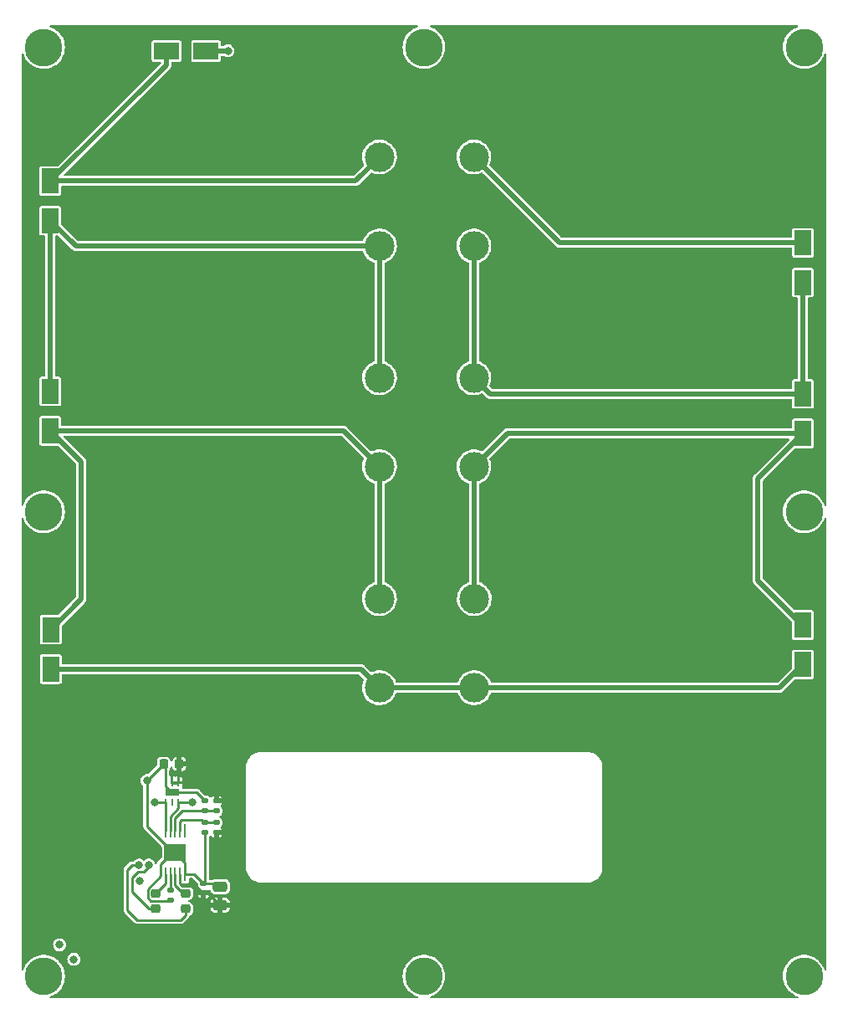
<source format=gtl>
%TF.GenerationSoftware,KiCad,Pcbnew,(6.0.4-0)*%
%TF.CreationDate,2022-05-13T14:17:40-07:00*%
%TF.ProjectId,solar-panel-side-X-plus,736f6c61-722d-4706-916e-656c2d736964,rev?*%
%TF.SameCoordinates,Original*%
%TF.FileFunction,Copper,L1,Top*%
%TF.FilePolarity,Positive*%
%FSLAX46Y46*%
G04 Gerber Fmt 4.6, Leading zero omitted, Abs format (unit mm)*
G04 Created by KiCad (PCBNEW (6.0.4-0)) date 2022-05-13 14:17:40*
%MOMM*%
%LPD*%
G01*
G04 APERTURE LIST*
G04 Aperture macros list*
%AMRoundRect*
0 Rectangle with rounded corners*
0 $1 Rounding radius*
0 $2 $3 $4 $5 $6 $7 $8 $9 X,Y pos of 4 corners*
0 Add a 4 corners polygon primitive as box body*
4,1,4,$2,$3,$4,$5,$6,$7,$8,$9,$2,$3,0*
0 Add four circle primitives for the rounded corners*
1,1,$1+$1,$2,$3*
1,1,$1+$1,$4,$5*
1,1,$1+$1,$6,$7*
1,1,$1+$1,$8,$9*
0 Add four rect primitives between the rounded corners*
20,1,$1+$1,$2,$3,$4,$5,0*
20,1,$1+$1,$4,$5,$6,$7,0*
20,1,$1+$1,$6,$7,$8,$9,0*
20,1,$1+$1,$8,$9,$2,$3,0*%
G04 Aperture macros list end*
%TA.AperFunction,ComponentPad*%
%ADD10C,3.000000*%
%TD*%
%TA.AperFunction,SMDPad,CuDef*%
%ADD11R,1.700000X2.500000*%
%TD*%
%TA.AperFunction,SMDPad,CuDef*%
%ADD12R,2.500000X1.700000*%
%TD*%
%TA.AperFunction,ComponentPad*%
%ADD13C,2.600000*%
%TD*%
%TA.AperFunction,ConnectorPad*%
%ADD14C,3.800000*%
%TD*%
%TA.AperFunction,SMDPad,CuDef*%
%ADD15R,0.270000X0.740000*%
%TD*%
%TA.AperFunction,SMDPad,CuDef*%
%ADD16R,1.350000X0.650000*%
%TD*%
%TA.AperFunction,SMDPad,CuDef*%
%ADD17RoundRect,0.250000X0.475000X-0.250000X0.475000X0.250000X-0.475000X0.250000X-0.475000X-0.250000X0*%
%TD*%
%TA.AperFunction,SMDPad,CuDef*%
%ADD18RoundRect,0.218750X0.256250X-0.218750X0.256250X0.218750X-0.256250X0.218750X-0.256250X-0.218750X0*%
%TD*%
%TA.AperFunction,SMDPad,CuDef*%
%ADD19RoundRect,0.135000X-0.185000X0.135000X-0.185000X-0.135000X0.185000X-0.135000X0.185000X0.135000X0*%
%TD*%
%TA.AperFunction,SMDPad,CuDef*%
%ADD20RoundRect,0.218750X0.218750X0.256250X-0.218750X0.256250X-0.218750X-0.256250X0.218750X-0.256250X0*%
%TD*%
%TA.AperFunction,SMDPad,CuDef*%
%ADD21RoundRect,0.140000X0.170000X-0.140000X0.170000X0.140000X-0.170000X0.140000X-0.170000X-0.140000X0*%
%TD*%
%TA.AperFunction,SMDPad,CuDef*%
%ADD22RoundRect,0.135000X0.185000X-0.135000X0.185000X0.135000X-0.185000X0.135000X-0.185000X-0.135000X0*%
%TD*%
%TA.AperFunction,SMDPad,CuDef*%
%ADD23R,0.270000X1.411200*%
%TD*%
%TA.AperFunction,SMDPad,CuDef*%
%ADD24R,2.180000X1.720000*%
%TD*%
%TA.AperFunction,ViaPad*%
%ADD25C,0.800000*%
%TD*%
%TA.AperFunction,Conductor*%
%ADD26C,0.250000*%
%TD*%
%TA.AperFunction,Conductor*%
%ADD27C,0.500000*%
%TD*%
G04 APERTURE END LIST*
D10*
%TO.P,SC6,1,+*%
%TO.N,Net-(D5-Pad2)*%
X143464000Y-67908000D03*
%TO.P,SC6,2,-*%
%TO.N,GND*%
X143464000Y-58908000D03*
%TD*%
%TO.P,SC5,1,+*%
%TO.N,Net-(D4-Pad2)*%
X143464000Y-90260000D03*
%TO.P,SC5,2,-*%
%TO.N,Net-(D5-Pad2)*%
X143464000Y-81260000D03*
%TD*%
D11*
%TO.P,D2,1,K*%
%TO.N,Net-(D1-Pad2)*%
X100580000Y-82610000D03*
%TO.P,D2,2,A*%
%TO.N,Net-(D2-Pad2)*%
X100580000Y-86610000D03*
%TD*%
%TO.P,D6,1,K*%
%TO.N,Net-(D5-Pad2)*%
X176784000Y-71596000D03*
%TO.P,D6,2,A*%
%TO.N,GND*%
X176784000Y-67596000D03*
%TD*%
%TO.P,D3,1,K*%
%TO.N,Net-(D2-Pad2)*%
X100620000Y-106730000D03*
%TO.P,D3,2,A*%
%TO.N,Net-(D3-Pad2)*%
X100620000Y-110730000D03*
%TD*%
D12*
%TO.P,D9,1,K*%
%TO.N,VSOLAR*%
X116340000Y-48160000D03*
%TO.P,D9,2,A*%
%TO.N,Net-(D1-Pad1)*%
X112340000Y-48160000D03*
%TD*%
D11*
%TO.P,D5,1,K*%
%TO.N,Net-(D4-Pad2)*%
X176770000Y-86870000D03*
%TO.P,D5,2,A*%
%TO.N,Net-(D5-Pad2)*%
X176770000Y-82870000D03*
%TD*%
%TO.P,D1,1,K*%
%TO.N,Net-(D1-Pad1)*%
X100580000Y-61340000D03*
%TO.P,D1,2,A*%
%TO.N,Net-(D1-Pad2)*%
X100580000Y-65340000D03*
%TD*%
%TO.P,D4,1,K*%
%TO.N,Net-(D3-Pad2)*%
X176770000Y-110270000D03*
%TO.P,D4,2,A*%
%TO.N,Net-(D4-Pad2)*%
X176770000Y-106270000D03*
%TD*%
D13*
%TO.P,H1,1,1*%
%TO.N,GND*%
X176900000Y-94810000D03*
D14*
X176900000Y-94810000D03*
%TD*%
%TO.P,H2,1,1*%
%TO.N,GND*%
X176900000Y-47810000D03*
D13*
X176900000Y-47810000D03*
%TD*%
D14*
%TO.P,H3,1,1*%
%TO.N,GND*%
X138400000Y-47810000D03*
D13*
X138400000Y-47810000D03*
%TD*%
D14*
%TO.P,H4,1,1*%
%TO.N,GND*%
X99900000Y-47810000D03*
D13*
X99900000Y-47810000D03*
%TD*%
%TO.P,H5,1,1*%
%TO.N,GND*%
X99900000Y-94810000D03*
D14*
X99900000Y-94810000D03*
%TD*%
D13*
%TO.P,H6,1,1*%
%TO.N,GND*%
X99900000Y-141810000D03*
D14*
X99900000Y-141810000D03*
%TD*%
%TO.P,H7,1,1*%
%TO.N,GND*%
X138400000Y-141810000D03*
D13*
X138400000Y-141810000D03*
%TD*%
D14*
%TO.P,H8,1,1*%
%TO.N,GND*%
X176900000Y-141810000D03*
D13*
X176900000Y-141810000D03*
%TD*%
D10*
%TO.P,SC1,1,+*%
%TO.N,Net-(D1-Pad1)*%
X133904000Y-58908000D03*
%TO.P,SC1,2,-*%
%TO.N,Net-(D1-Pad2)*%
X133904000Y-67908000D03*
%TD*%
%TO.P,SC2,1,+*%
%TO.N,Net-(D1-Pad2)*%
X133904000Y-81260000D03*
%TO.P,SC2,2,-*%
%TO.N,Net-(D2-Pad2)*%
X133904000Y-90260000D03*
%TD*%
%TO.P,SC3,1,+*%
%TO.N,Net-(D2-Pad2)*%
X133904000Y-103612000D03*
%TO.P,SC3,2,-*%
%TO.N,Net-(D3-Pad2)*%
X133904000Y-112612000D03*
%TD*%
%TO.P,SC4,1,+*%
%TO.N,Net-(D3-Pad2)*%
X143500000Y-112612000D03*
%TO.P,SC4,2,-*%
%TO.N,Net-(D4-Pad2)*%
X143500000Y-103612000D03*
%TD*%
D15*
%TO.P,U1,1,VDD*%
%TO.N,+3V3*%
X113547500Y-122226000D03*
%TO.P,U1,2,ADDR*%
X112897500Y-122226000D03*
%TO.P,U1,3,GND*%
%TO.N,GND*%
X112247500Y-122226000D03*
%TO.P,U1,4,SCL*%
%TO.N,SCL*%
X112247500Y-124216000D03*
%TO.P,U1,5,INT*%
%TO.N,unconnected-(U1-Pad5)*%
X112897500Y-124216000D03*
%TO.P,U1,6,SDA*%
%TO.N,SDA*%
X113547500Y-124216000D03*
D16*
%TO.P,U1,7,EXP*%
%TO.N,GND*%
X112897500Y-123221000D03*
%TD*%
D17*
%TO.P,C5,1*%
%TO.N,+3V3*%
X117760000Y-134640000D03*
%TO.P,C5,2*%
%TO.N,GND*%
X117760000Y-132740000D03*
%TD*%
D18*
%TO.P,L1,1,1*%
%TO.N,/torque-coil*%
X111235000Y-135002500D03*
%TO.P,L1,2,2*%
%TO.N,Net-(L1-Pad2)*%
X111235000Y-133427500D03*
%TD*%
D19*
%TO.P,R15,1*%
%TO.N,Net-(R15-Pad1)*%
X117400000Y-126245000D03*
%TO.P,R15,2*%
%TO.N,+3V3*%
X117400000Y-127265000D03*
%TD*%
D20*
%TO.P,C1,1*%
%TO.N,+3V3*%
X113637500Y-120340000D03*
%TO.P,C1,2*%
%TO.N,GND*%
X112062500Y-120340000D03*
%TD*%
D19*
%TO.P,R14,1*%
%TO.N,GND*%
X116240000Y-124065000D03*
%TO.P,R14,2*%
%TO.N,Net-(R13-Pad1)*%
X116240000Y-125085000D03*
%TD*%
D21*
%TO.P,C4,1*%
%TO.N,+3V3*%
X116085000Y-133395000D03*
%TO.P,C4,2*%
%TO.N,GND*%
X116085000Y-132435000D03*
%TD*%
D22*
%TO.P,R13,1*%
%TO.N,Net-(R13-Pad1)*%
X117400000Y-125085000D03*
%TO.P,R13,2*%
%TO.N,+3V3*%
X117400000Y-124065000D03*
%TD*%
%TO.P,R17,1*%
%TO.N,GND*%
X112720000Y-134150000D03*
%TO.P,R17,2*%
%TO.N,Net-(R17-Pad2)*%
X112720000Y-133130000D03*
%TD*%
D23*
%TO.P,U2,1,OUT2*%
%TO.N,Net-(L1-Pad2)*%
X112217999Y-131471999D03*
%TO.P,U2,2,ISENSE*%
%TO.N,Net-(R17-Pad2)*%
X112718001Y-131471999D03*
%TO.P,U2,3,OUT1*%
%TO.N,Net-(L2-Pad2)*%
X113218000Y-131471999D03*
%TO.P,U2,4,VCC*%
%TO.N,+3V3*%
X113717999Y-131471999D03*
%TO.P,U2,5,GND*%
%TO.N,GND*%
X114218001Y-131471999D03*
%TO.P,U2,6,FAULTN*%
%TO.N,unconnected-(U2-Pad6)*%
X114218001Y-127122001D03*
%TO.P,U2,7,A0*%
%TO.N,Net-(R15-Pad1)*%
X113717999Y-127122001D03*
%TO.P,U2,8,A1*%
%TO.N,Net-(R13-Pad1)*%
X113218000Y-127122001D03*
%TO.P,U2,9,SDA*%
%TO.N,SDA*%
X112718001Y-127122001D03*
%TO.P,U2,10,SCL*%
%TO.N,SCL*%
X112217999Y-127122001D03*
D24*
%TO.P,U2,EPAD*%
%TO.N,GND*%
X113218000Y-129297000D03*
%TD*%
D22*
%TO.P,R16,1*%
%TO.N,GND*%
X116260000Y-127265000D03*
%TO.P,R16,2*%
%TO.N,Net-(R15-Pad1)*%
X116260000Y-126245000D03*
%TD*%
D18*
%TO.P,L2,1,1*%
%TO.N,/torque-coil*%
X114293000Y-134984500D03*
%TO.P,L2,2,2*%
%TO.N,Net-(L2-Pad2)*%
X114293000Y-133409500D03*
%TD*%
D25*
%TO.N,+3V3*%
X123170000Y-48170000D03*
X111907990Y-104469510D03*
X123521990Y-104469510D03*
X127585990Y-109295510D03*
X115971990Y-109295510D03*
%TO.N,GND*%
X110379989Y-122022511D03*
%TO.N,VSOLAR*%
X118560000Y-48160000D03*
%TO.N,SCL*%
X111119500Y-124237000D03*
%TO.N,SDA*%
X114929500Y-124237000D03*
%TO.N,/torque-coil*%
X109560000Y-130580000D03*
X109640000Y-132130000D03*
X102960000Y-140110000D03*
X110550000Y-130560000D03*
X101520000Y-138630000D03*
%TD*%
D26*
%TO.N,+3V3*%
X116078070Y-133395000D02*
X116085000Y-133395000D01*
X116515000Y-133395000D02*
X117760000Y-134640000D01*
X116085000Y-133395000D02*
X116515000Y-133395000D01*
X113903860Y-132647480D02*
X115330550Y-132647480D01*
X113717999Y-131471999D02*
X113717999Y-132461619D01*
X115330550Y-132647480D02*
X116078070Y-133395000D01*
X113717999Y-132461619D02*
X113903860Y-132647480D01*
X113547500Y-122226000D02*
X112897500Y-122226000D01*
%TO.N,GND*%
X115396000Y-123221000D02*
X112897500Y-123221000D01*
X112892000Y-129297000D02*
X113218000Y-129297000D01*
D27*
X152152000Y-67596000D02*
X143464000Y-58908000D01*
D26*
X112247500Y-122571000D02*
X112897500Y-123221000D01*
X111758488Y-131660713D02*
X111758488Y-130441888D01*
X110435480Y-132983721D02*
X111758488Y-131660713D01*
X114218001Y-131471999D02*
X115121999Y-131471999D01*
X116240000Y-124065000D02*
X115396000Y-123221000D01*
X112247500Y-122226000D02*
X112247500Y-122571000D01*
X115121999Y-131471999D02*
X116085000Y-132435000D01*
X110379989Y-126688989D02*
X112988000Y-129297000D01*
X116260000Y-127265000D02*
X116260000Y-132260000D01*
X110753721Y-134189520D02*
X110435480Y-133871279D01*
X112988000Y-129297000D02*
X113218000Y-129297000D01*
X112903376Y-129297000D02*
X113218000Y-129297000D01*
X110379989Y-122022511D02*
X112062500Y-120340000D01*
X112247500Y-122226000D02*
X112247500Y-120525000D01*
X112770480Y-134189520D02*
X110753721Y-134189520D01*
X116085000Y-132435000D02*
X117455000Y-132435000D01*
D27*
X176784000Y-67596000D02*
X152152000Y-67596000D01*
D26*
X111758488Y-130441888D02*
X112903376Y-129297000D01*
X116260000Y-132260000D02*
X116085000Y-132435000D01*
X110435480Y-133871279D02*
X110435480Y-132983721D01*
X114218001Y-130297001D02*
X113218000Y-129297000D01*
X112247500Y-120525000D02*
X112062500Y-120340000D01*
X114218001Y-131471999D02*
X114218001Y-130297001D01*
X110379989Y-126688989D02*
X110379989Y-122022511D01*
X117455000Y-132435000D02*
X117760000Y-132740000D01*
D27*
%TO.N,Net-(D1-Pad1)*%
X131472000Y-61340000D02*
X133904000Y-58908000D01*
X100580000Y-61340000D02*
X112340000Y-49580000D01*
X100580000Y-61340000D02*
X131472000Y-61340000D01*
X112340000Y-49580000D02*
X112340000Y-48160000D01*
%TO.N,Net-(D1-Pad2)*%
X100580000Y-65340000D02*
X100580000Y-82610000D01*
X133904000Y-67908000D02*
X133904000Y-81260000D01*
X133904000Y-67908000D02*
X103148000Y-67908000D01*
X103148000Y-67908000D02*
X100580000Y-65340000D01*
%TO.N,Net-(D2-Pad2)*%
X100580000Y-86610000D02*
X103730000Y-89760000D01*
X103730000Y-103620000D02*
X100620000Y-106730000D01*
X103730000Y-89760000D02*
X103730000Y-103620000D01*
X133904000Y-90260000D02*
X133904000Y-103612000D01*
X130254000Y-86610000D02*
X133904000Y-90260000D01*
X100580000Y-86610000D02*
X130254000Y-86610000D01*
%TO.N,Net-(D3-Pad2)*%
X143500000Y-112612000D02*
X174428000Y-112612000D01*
X133904000Y-112612000D02*
X143500000Y-112612000D01*
X100620000Y-110730000D02*
X132022000Y-110730000D01*
X174428000Y-112612000D02*
X176770000Y-110270000D01*
X132022000Y-110730000D02*
X133904000Y-112612000D01*
%TO.N,Net-(D4-Pad2)*%
X172220000Y-91420000D02*
X176770000Y-86870000D01*
X172220000Y-101780000D02*
X172220000Y-91420000D01*
X176770000Y-106270000D02*
X176710000Y-106270000D01*
X176770000Y-86870000D02*
X146854000Y-86870000D01*
X143464000Y-103576000D02*
X143500000Y-103612000D01*
X143464000Y-90260000D02*
X143464000Y-103576000D01*
X176710000Y-106270000D02*
X172220000Y-101780000D01*
X146854000Y-86870000D02*
X143464000Y-90260000D01*
%TO.N,Net-(D5-Pad2)*%
X176770000Y-82870000D02*
X145074000Y-82870000D01*
X176784000Y-71596000D02*
X176784000Y-82856000D01*
X145074000Y-82870000D02*
X143464000Y-81260000D01*
X143464000Y-67908000D02*
X143464000Y-81260000D01*
%TO.N,VSOLAR*%
X116340000Y-48160000D02*
X118560000Y-48160000D01*
D26*
%TO.N,SCL*%
X112247500Y-127092500D02*
X112217999Y-127122001D01*
X112247500Y-124216000D02*
X112247500Y-127092500D01*
X111119500Y-124237000D02*
X112226500Y-124237000D01*
X112226500Y-124237000D02*
X112247500Y-124216000D01*
%TO.N,SDA*%
X112718001Y-125665499D02*
X113547500Y-124836000D01*
X113547500Y-124836000D02*
X113547500Y-124216000D01*
X114929500Y-124237000D02*
X113568500Y-124237000D01*
X113568500Y-124237000D02*
X113547500Y-124216000D01*
X112718001Y-127122001D02*
X112718001Y-125665499D01*
%TO.N,Net-(L1-Pad2)*%
X112217999Y-132444501D02*
X111235000Y-133427500D01*
X112217999Y-131471999D02*
X112217999Y-132444501D01*
%TO.N,Net-(R17-Pad2)*%
X112718001Y-131471999D02*
X112718001Y-133038001D01*
%TO.N,Net-(L2-Pad2)*%
X113218000Y-132597338D02*
X114030162Y-133409500D01*
X113218000Y-131471999D02*
X113218000Y-132597338D01*
X114030162Y-133409500D02*
X114293000Y-133409500D01*
%TO.N,Net-(R15-Pad1)*%
X116260000Y-126245000D02*
X117400000Y-126245000D01*
X113853380Y-125997000D02*
X116012000Y-125997000D01*
X113717999Y-126132381D02*
X113853380Y-125997000D01*
X113717999Y-127122001D02*
X113717999Y-126132381D01*
%TO.N,Net-(R13-Pad1)*%
X113218000Y-127122001D02*
X113218000Y-125801218D01*
X113934218Y-125085000D02*
X116240000Y-125085000D01*
X116240000Y-125085000D02*
X117400000Y-125085000D01*
X113218000Y-125801218D02*
X113934218Y-125085000D01*
%TO.N,/torque-coil*%
X111235000Y-135002500D02*
X110562500Y-135002500D01*
X108360000Y-135100000D02*
X108360000Y-131050000D01*
X110010000Y-131270000D02*
X110550000Y-130730000D01*
X110550000Y-130730000D02*
X110550000Y-130560000D01*
X108850000Y-131870000D02*
X109450000Y-131270000D01*
X108850000Y-133290000D02*
X108850000Y-131870000D01*
X109375000Y-136115000D02*
X108360000Y-135100000D01*
X114293000Y-134984500D02*
X114293000Y-135602000D01*
X108830000Y-130580000D02*
X109560000Y-130580000D01*
X109450000Y-131270000D02*
X110010000Y-131270000D01*
X113780000Y-136115000D02*
X109375000Y-136115000D01*
X108360000Y-131050000D02*
X108830000Y-130580000D01*
X114293000Y-135602000D02*
X113780000Y-136115000D01*
X110562500Y-135002500D02*
X108850000Y-133290000D01*
%TD*%
%TA.AperFunction,Conductor*%
%TO.N,+3V3*%
G36*
X137753285Y-45583713D02*
G01*
X137789830Y-45634013D01*
X137789830Y-45696187D01*
X137753285Y-45746487D01*
X137720700Y-45762134D01*
X137689801Y-45770587D01*
X137419592Y-45885841D01*
X137167525Y-46036700D01*
X137164854Y-46038840D01*
X137164851Y-46038842D01*
X136940941Y-46218227D01*
X136940937Y-46218231D01*
X136938263Y-46220373D01*
X136736050Y-46433461D01*
X136564628Y-46672021D01*
X136563030Y-46675040D01*
X136563027Y-46675044D01*
X136552805Y-46694350D01*
X136427168Y-46931638D01*
X136425995Y-46934844D01*
X136425993Y-46934848D01*
X136367100Y-47095782D01*
X136326213Y-47207509D01*
X136325485Y-47210846D01*
X136325484Y-47210851D01*
X136308255Y-47289872D01*
X136263633Y-47494529D01*
X136263365Y-47497936D01*
X136263364Y-47497942D01*
X136252915Y-47630708D01*
X136240584Y-47787386D01*
X136257495Y-48080661D01*
X136258154Y-48084022D01*
X136258155Y-48084027D01*
X136285083Y-48221283D01*
X136314050Y-48368929D01*
X136409205Y-48646853D01*
X136541198Y-48909292D01*
X136543141Y-48912119D01*
X136684321Y-49117537D01*
X136707587Y-49151390D01*
X136709888Y-49153919D01*
X136709889Y-49153920D01*
X136755357Y-49203888D01*
X136905293Y-49368666D01*
X136938208Y-49396187D01*
X137106558Y-49536949D01*
X137130658Y-49557100D01*
X137133563Y-49558922D01*
X137133564Y-49558923D01*
X137258993Y-49637604D01*
X137379511Y-49713205D01*
X137382628Y-49714612D01*
X137382631Y-49714614D01*
X137639287Y-49830498D01*
X137647247Y-49834092D01*
X137650523Y-49835062D01*
X137650530Y-49835065D01*
X137897627Y-49908258D01*
X137928912Y-49917525D01*
X137964809Y-49923018D01*
X138215901Y-49961441D01*
X138215906Y-49961441D01*
X138219295Y-49961960D01*
X138222720Y-49962014D01*
X138222722Y-49962014D01*
X138348415Y-49963988D01*
X138513021Y-49966574D01*
X138516425Y-49966162D01*
X138516427Y-49966162D01*
X138613361Y-49954432D01*
X138804656Y-49931283D01*
X138807961Y-49930416D01*
X138807966Y-49930415D01*
X139085491Y-49857607D01*
X139085492Y-49857607D01*
X139088803Y-49856738D01*
X139283522Y-49776083D01*
X139357036Y-49745633D01*
X139357040Y-49745631D01*
X139360205Y-49744320D01*
X139437686Y-49699044D01*
X139610876Y-49597840D01*
X139610878Y-49597839D01*
X139613838Y-49596109D01*
X139616531Y-49593997D01*
X139616536Y-49593994D01*
X139842318Y-49416958D01*
X139842320Y-49416956D01*
X139845010Y-49414847D01*
X140049443Y-49203888D01*
X140053043Y-49198988D01*
X140126062Y-49099584D01*
X140223355Y-48967136D01*
X140363526Y-48708973D01*
X140373071Y-48683713D01*
X140466156Y-48437372D01*
X140466158Y-48437366D01*
X140467364Y-48434174D01*
X140468434Y-48429503D01*
X140532184Y-48151159D01*
X140532185Y-48151154D01*
X140532947Y-48147826D01*
X140539247Y-48077236D01*
X140558885Y-47857192D01*
X140558886Y-47857181D01*
X140559060Y-47855226D01*
X140559534Y-47810000D01*
X140539554Y-47516918D01*
X140492536Y-47289880D01*
X140480676Y-47232609D01*
X140480675Y-47232606D01*
X140479982Y-47229259D01*
X140381922Y-46952346D01*
X140247188Y-46691303D01*
X140235761Y-46675044D01*
X140080242Y-46453762D01*
X140080239Y-46453758D01*
X140078273Y-46450961D01*
X140075947Y-46448458D01*
X140075943Y-46448453D01*
X139880636Y-46238278D01*
X139878303Y-46235767D01*
X139875660Y-46233604D01*
X139875655Y-46233599D01*
X139756480Y-46136057D01*
X139650977Y-46049704D01*
X139400504Y-45896213D01*
X139373812Y-45884496D01*
X139134649Y-45779511D01*
X139134645Y-45779510D01*
X139131516Y-45778136D01*
X139128226Y-45777199D01*
X139128221Y-45777197D01*
X139074347Y-45761851D01*
X139022741Y-45727174D01*
X139001375Y-45668786D01*
X139018408Y-45608991D01*
X139067335Y-45570627D01*
X139101907Y-45564500D01*
X176194154Y-45564500D01*
X176253285Y-45583713D01*
X176289830Y-45634013D01*
X176289830Y-45696187D01*
X176253285Y-45746487D01*
X176220700Y-45762134D01*
X176189801Y-45770587D01*
X175919592Y-45885841D01*
X175667525Y-46036700D01*
X175664854Y-46038840D01*
X175664851Y-46038842D01*
X175440941Y-46218227D01*
X175440937Y-46218231D01*
X175438263Y-46220373D01*
X175236050Y-46433461D01*
X175064628Y-46672021D01*
X175063030Y-46675040D01*
X175063027Y-46675044D01*
X175052805Y-46694350D01*
X174927168Y-46931638D01*
X174925995Y-46934844D01*
X174925993Y-46934848D01*
X174867100Y-47095782D01*
X174826213Y-47207509D01*
X174825485Y-47210846D01*
X174825484Y-47210851D01*
X174808255Y-47289872D01*
X174763633Y-47494529D01*
X174763365Y-47497936D01*
X174763364Y-47497942D01*
X174752915Y-47630708D01*
X174740584Y-47787386D01*
X174757495Y-48080661D01*
X174758154Y-48084022D01*
X174758155Y-48084027D01*
X174785083Y-48221283D01*
X174814050Y-48368929D01*
X174909205Y-48646853D01*
X175041198Y-48909292D01*
X175043141Y-48912119D01*
X175184321Y-49117537D01*
X175207587Y-49151390D01*
X175209888Y-49153919D01*
X175209889Y-49153920D01*
X175255357Y-49203888D01*
X175405293Y-49368666D01*
X175438208Y-49396187D01*
X175606558Y-49536949D01*
X175630658Y-49557100D01*
X175633563Y-49558922D01*
X175633564Y-49558923D01*
X175758993Y-49637604D01*
X175879511Y-49713205D01*
X175882628Y-49714612D01*
X175882631Y-49714614D01*
X176139287Y-49830498D01*
X176147247Y-49834092D01*
X176150523Y-49835062D01*
X176150530Y-49835065D01*
X176397627Y-49908258D01*
X176428912Y-49917525D01*
X176464809Y-49923018D01*
X176715901Y-49961441D01*
X176715906Y-49961441D01*
X176719295Y-49961960D01*
X176722720Y-49962014D01*
X176722722Y-49962014D01*
X176848415Y-49963988D01*
X177013021Y-49966574D01*
X177016425Y-49966162D01*
X177016427Y-49966162D01*
X177113361Y-49954432D01*
X177304656Y-49931283D01*
X177307961Y-49930416D01*
X177307966Y-49930415D01*
X177585491Y-49857607D01*
X177585492Y-49857607D01*
X177588803Y-49856738D01*
X177783522Y-49776083D01*
X177857036Y-49745633D01*
X177857040Y-49745631D01*
X177860205Y-49744320D01*
X177937686Y-49699044D01*
X178110876Y-49597840D01*
X178110878Y-49597839D01*
X178113838Y-49596109D01*
X178116531Y-49593997D01*
X178116536Y-49593994D01*
X178342318Y-49416958D01*
X178342320Y-49416956D01*
X178345010Y-49414847D01*
X178549443Y-49203888D01*
X178553043Y-49198988D01*
X178626062Y-49099584D01*
X178723355Y-48967136D01*
X178863526Y-48708973D01*
X178878471Y-48669424D01*
X178950794Y-48478025D01*
X178989668Y-48429503D01*
X179049639Y-48413097D01*
X179107799Y-48435074D01*
X179141934Y-48487039D01*
X179145500Y-48513585D01*
X179145500Y-94111209D01*
X179126287Y-94170340D01*
X179075987Y-94206885D01*
X179013813Y-94206885D01*
X178963513Y-94170340D01*
X178950070Y-94144790D01*
X178883063Y-93955568D01*
X178881922Y-93952346D01*
X178747188Y-93691303D01*
X178735761Y-93675044D01*
X178580242Y-93453762D01*
X178580239Y-93453758D01*
X178578273Y-93450961D01*
X178575947Y-93448458D01*
X178575943Y-93448453D01*
X178380636Y-93238278D01*
X178378303Y-93235767D01*
X178375660Y-93233604D01*
X178375655Y-93233599D01*
X178256480Y-93136057D01*
X178150977Y-93049704D01*
X177900504Y-92896213D01*
X177873812Y-92884496D01*
X177634649Y-92779511D01*
X177634645Y-92779510D01*
X177631516Y-92778136D01*
X177628226Y-92777199D01*
X177628221Y-92777197D01*
X177352292Y-92698597D01*
X177348992Y-92697657D01*
X177345603Y-92697175D01*
X177345595Y-92697173D01*
X177061547Y-92656747D01*
X177061546Y-92656747D01*
X177058160Y-92656265D01*
X177054747Y-92656247D01*
X177054745Y-92656247D01*
X176893788Y-92655404D01*
X176764402Y-92654727D01*
X176761007Y-92655174D01*
X176761006Y-92655174D01*
X176715029Y-92661227D01*
X176473152Y-92693071D01*
X176189801Y-92770587D01*
X175919592Y-92885841D01*
X175667525Y-93036700D01*
X175664854Y-93038840D01*
X175664851Y-93038842D01*
X175440941Y-93218227D01*
X175440937Y-93218231D01*
X175438263Y-93220373D01*
X175236050Y-93433461D01*
X175064628Y-93672021D01*
X175063030Y-93675040D01*
X175063027Y-93675044D01*
X175052805Y-93694350D01*
X174927168Y-93931638D01*
X174826213Y-94207509D01*
X174825485Y-94210846D01*
X174825484Y-94210851D01*
X174820740Y-94232609D01*
X174763633Y-94494529D01*
X174763365Y-94497936D01*
X174763364Y-94497942D01*
X174740853Y-94783965D01*
X174740584Y-94787386D01*
X174757495Y-95080661D01*
X174814050Y-95368929D01*
X174909205Y-95646853D01*
X175041198Y-95909292D01*
X175207587Y-96151390D01*
X175209888Y-96153919D01*
X175209889Y-96153920D01*
X175255357Y-96203888D01*
X175405293Y-96368666D01*
X175630658Y-96557100D01*
X175879511Y-96713205D01*
X175882628Y-96714612D01*
X175882631Y-96714614D01*
X175948423Y-96744320D01*
X176147247Y-96834092D01*
X176150523Y-96835062D01*
X176150530Y-96835065D01*
X176425617Y-96916549D01*
X176428912Y-96917525D01*
X176504535Y-96929097D01*
X176715901Y-96961441D01*
X176715906Y-96961441D01*
X176719295Y-96961960D01*
X176722720Y-96962014D01*
X176722722Y-96962014D01*
X176848415Y-96963988D01*
X177013021Y-96966574D01*
X177016425Y-96966162D01*
X177016427Y-96966162D01*
X177113361Y-96954432D01*
X177304656Y-96931283D01*
X177307961Y-96930416D01*
X177307966Y-96930415D01*
X177585491Y-96857607D01*
X177585492Y-96857607D01*
X177588803Y-96856738D01*
X177736354Y-96795621D01*
X177857036Y-96745633D01*
X177857040Y-96745631D01*
X177860205Y-96744320D01*
X178113838Y-96596109D01*
X178116531Y-96593997D01*
X178116536Y-96593994D01*
X178342318Y-96416958D01*
X178342320Y-96416956D01*
X178345010Y-96414847D01*
X178549443Y-96203888D01*
X178723355Y-95967136D01*
X178863526Y-95708973D01*
X178950794Y-95478025D01*
X178989668Y-95429503D01*
X179049639Y-95413097D01*
X179107799Y-95435074D01*
X179141934Y-95487039D01*
X179145500Y-95513585D01*
X179145500Y-141111209D01*
X179126287Y-141170340D01*
X179075987Y-141206885D01*
X179013813Y-141206885D01*
X178963513Y-141170340D01*
X178950070Y-141144790D01*
X178883063Y-140955568D01*
X178881922Y-140952346D01*
X178803792Y-140800972D01*
X178748761Y-140694350D01*
X178748759Y-140694346D01*
X178747188Y-140691303D01*
X178735761Y-140675044D01*
X178580242Y-140453762D01*
X178580239Y-140453758D01*
X178578273Y-140450961D01*
X178575947Y-140448458D01*
X178575943Y-140448453D01*
X178414423Y-140274637D01*
X178378303Y-140235767D01*
X178375660Y-140233604D01*
X178375655Y-140233599D01*
X178241514Y-140123807D01*
X178150977Y-140049704D01*
X177900504Y-139896213D01*
X177873812Y-139884496D01*
X177634649Y-139779511D01*
X177634645Y-139779510D01*
X177631516Y-139778136D01*
X177628226Y-139777199D01*
X177628221Y-139777197D01*
X177352292Y-139698597D01*
X177348992Y-139697657D01*
X177345603Y-139697175D01*
X177345595Y-139697173D01*
X177061547Y-139656747D01*
X177061546Y-139656747D01*
X177058160Y-139656265D01*
X177054747Y-139656247D01*
X177054745Y-139656247D01*
X176893788Y-139655404D01*
X176764402Y-139654727D01*
X176761007Y-139655174D01*
X176761006Y-139655174D01*
X176715029Y-139661227D01*
X176473152Y-139693071D01*
X176189801Y-139770587D01*
X175919592Y-139885841D01*
X175667525Y-140036700D01*
X175664854Y-140038840D01*
X175664851Y-140038842D01*
X175440941Y-140218227D01*
X175440937Y-140218231D01*
X175438263Y-140220373D01*
X175236050Y-140433461D01*
X175064628Y-140672021D01*
X175063030Y-140675040D01*
X175063027Y-140675044D01*
X175015030Y-140765695D01*
X174927168Y-140931638D01*
X174826213Y-141207509D01*
X174825485Y-141210846D01*
X174825484Y-141210851D01*
X174820740Y-141232609D01*
X174763633Y-141494529D01*
X174763365Y-141497936D01*
X174763364Y-141497942D01*
X174740853Y-141783965D01*
X174740584Y-141787386D01*
X174757495Y-142080661D01*
X174814050Y-142368929D01*
X174909205Y-142646853D01*
X175041198Y-142909292D01*
X175207587Y-143151390D01*
X175209888Y-143153919D01*
X175209889Y-143153920D01*
X175255357Y-143203888D01*
X175405293Y-143368666D01*
X175630658Y-143557100D01*
X175879511Y-143713205D01*
X175882628Y-143714612D01*
X175882631Y-143714614D01*
X175948423Y-143744320D01*
X176147247Y-143834092D01*
X176150523Y-143835062D01*
X176150530Y-143835065D01*
X176229455Y-143858443D01*
X176280694Y-143893658D01*
X176301449Y-143952266D01*
X176283790Y-144011880D01*
X176234464Y-144049730D01*
X176200883Y-144055500D01*
X139111072Y-144055500D01*
X139051941Y-144036287D01*
X139015396Y-143985987D01*
X139015396Y-143923813D01*
X139051941Y-143873513D01*
X139082375Y-143859094D01*
X139082243Y-143858700D01*
X139085489Y-143857607D01*
X139088803Y-143856738D01*
X139236354Y-143795621D01*
X139357036Y-143745633D01*
X139357040Y-143745631D01*
X139360205Y-143744320D01*
X139613838Y-143596109D01*
X139616531Y-143593997D01*
X139616536Y-143593994D01*
X139842318Y-143416958D01*
X139842320Y-143416956D01*
X139845010Y-143414847D01*
X140049443Y-143203888D01*
X140223355Y-142967136D01*
X140363526Y-142708973D01*
X140385842Y-142649916D01*
X140466156Y-142437372D01*
X140466158Y-142437366D01*
X140467364Y-142434174D01*
X140468434Y-142429503D01*
X140532184Y-142151159D01*
X140532185Y-142151154D01*
X140532947Y-142147826D01*
X140559060Y-141855226D01*
X140559534Y-141810000D01*
X140539554Y-141516918D01*
X140479982Y-141229259D01*
X140381922Y-140952346D01*
X140303792Y-140800972D01*
X140248761Y-140694350D01*
X140248759Y-140694346D01*
X140247188Y-140691303D01*
X140235761Y-140675044D01*
X140080242Y-140453762D01*
X140080239Y-140453758D01*
X140078273Y-140450961D01*
X140075947Y-140448458D01*
X140075943Y-140448453D01*
X139914423Y-140274637D01*
X139878303Y-140235767D01*
X139875660Y-140233604D01*
X139875655Y-140233599D01*
X139741514Y-140123807D01*
X139650977Y-140049704D01*
X139400504Y-139896213D01*
X139373812Y-139884496D01*
X139134649Y-139779511D01*
X139134645Y-139779510D01*
X139131516Y-139778136D01*
X139128226Y-139777199D01*
X139128221Y-139777197D01*
X138852292Y-139698597D01*
X138848992Y-139697657D01*
X138845603Y-139697175D01*
X138845595Y-139697173D01*
X138561547Y-139656747D01*
X138561546Y-139656747D01*
X138558160Y-139656265D01*
X138554747Y-139656247D01*
X138554745Y-139656247D01*
X138393788Y-139655404D01*
X138264402Y-139654727D01*
X138261007Y-139655174D01*
X138261006Y-139655174D01*
X138215029Y-139661227D01*
X137973152Y-139693071D01*
X137689801Y-139770587D01*
X137419592Y-139885841D01*
X137167525Y-140036700D01*
X137164854Y-140038840D01*
X137164851Y-140038842D01*
X136940941Y-140218227D01*
X136940937Y-140218231D01*
X136938263Y-140220373D01*
X136736050Y-140433461D01*
X136564628Y-140672021D01*
X136563030Y-140675040D01*
X136563027Y-140675044D01*
X136515030Y-140765695D01*
X136427168Y-140931638D01*
X136326213Y-141207509D01*
X136325485Y-141210846D01*
X136325484Y-141210851D01*
X136320740Y-141232609D01*
X136263633Y-141494529D01*
X136263365Y-141497936D01*
X136263364Y-141497942D01*
X136240853Y-141783965D01*
X136240584Y-141787386D01*
X136257495Y-142080661D01*
X136314050Y-142368929D01*
X136409205Y-142646853D01*
X136541198Y-142909292D01*
X136707587Y-143151390D01*
X136709888Y-143153919D01*
X136709889Y-143153920D01*
X136755357Y-143203888D01*
X136905293Y-143368666D01*
X137130658Y-143557100D01*
X137379511Y-143713205D01*
X137382628Y-143714612D01*
X137382631Y-143714614D01*
X137448423Y-143744320D01*
X137647247Y-143834092D01*
X137650523Y-143835062D01*
X137650530Y-143835065D01*
X137729455Y-143858443D01*
X137780694Y-143893658D01*
X137801449Y-143952266D01*
X137783790Y-144011880D01*
X137734464Y-144049730D01*
X137700883Y-144055500D01*
X100611072Y-144055500D01*
X100551941Y-144036287D01*
X100515396Y-143985987D01*
X100515396Y-143923813D01*
X100551941Y-143873513D01*
X100582375Y-143859094D01*
X100582243Y-143858700D01*
X100585489Y-143857607D01*
X100588803Y-143856738D01*
X100736354Y-143795621D01*
X100857036Y-143745633D01*
X100857040Y-143745631D01*
X100860205Y-143744320D01*
X101113838Y-143596109D01*
X101116531Y-143593997D01*
X101116536Y-143593994D01*
X101342318Y-143416958D01*
X101342320Y-143416956D01*
X101345010Y-143414847D01*
X101549443Y-143203888D01*
X101723355Y-142967136D01*
X101863526Y-142708973D01*
X101885842Y-142649916D01*
X101966156Y-142437372D01*
X101966158Y-142437366D01*
X101967364Y-142434174D01*
X101968434Y-142429503D01*
X102032184Y-142151159D01*
X102032185Y-142151154D01*
X102032947Y-142147826D01*
X102059060Y-141855226D01*
X102059534Y-141810000D01*
X102039554Y-141516918D01*
X101979982Y-141229259D01*
X101881922Y-140952346D01*
X101803792Y-140800972D01*
X101748761Y-140694350D01*
X101748759Y-140694346D01*
X101747188Y-140691303D01*
X101735761Y-140675044D01*
X101580242Y-140453762D01*
X101580239Y-140453758D01*
X101578273Y-140450961D01*
X101575947Y-140448458D01*
X101575943Y-140448453D01*
X101414423Y-140274637D01*
X101378303Y-140235767D01*
X101375660Y-140233604D01*
X101375655Y-140233599D01*
X101241514Y-140123807D01*
X101216210Y-140103096D01*
X102300729Y-140103096D01*
X102301394Y-140109120D01*
X102301394Y-140109124D01*
X102303376Y-140127071D01*
X102318113Y-140260553D01*
X102372553Y-140409319D01*
X102375939Y-140414358D01*
X102388162Y-140432547D01*
X102460908Y-140540805D01*
X102578076Y-140647419D01*
X102583403Y-140650311D01*
X102583404Y-140650312D01*
X102604704Y-140661877D01*
X102717293Y-140723008D01*
X102723163Y-140724548D01*
X102864655Y-140761668D01*
X102864656Y-140761668D01*
X102870522Y-140763207D01*
X102942716Y-140764341D01*
X103022852Y-140765600D01*
X103022854Y-140765600D01*
X103028916Y-140765695D01*
X103034827Y-140764341D01*
X103034829Y-140764341D01*
X103177422Y-140731683D01*
X103177425Y-140731682D01*
X103183332Y-140730329D01*
X103324855Y-140659151D01*
X103391806Y-140601970D01*
X103440705Y-140560206D01*
X103440707Y-140560204D01*
X103445314Y-140556269D01*
X103533561Y-140433461D01*
X103534218Y-140432547D01*
X103534220Y-140432544D01*
X103537755Y-140427624D01*
X103596842Y-140280641D01*
X103619162Y-140123807D01*
X103619307Y-140110000D01*
X103612273Y-140051867D01*
X103601005Y-139958755D01*
X103601004Y-139958753D01*
X103600276Y-139952733D01*
X103578400Y-139894839D01*
X103546425Y-139810222D01*
X103546424Y-139810221D01*
X103544280Y-139804546D01*
X103454553Y-139673992D01*
X103336275Y-139568611D01*
X103196274Y-139494484D01*
X103042633Y-139455892D01*
X103036576Y-139455860D01*
X103036574Y-139455860D01*
X102959450Y-139455456D01*
X102884221Y-139455062D01*
X102878324Y-139456478D01*
X102878322Y-139456478D01*
X102736082Y-139490627D01*
X102730184Y-139492043D01*
X102724798Y-139494823D01*
X102724795Y-139494824D01*
X102594802Y-139561919D01*
X102589414Y-139564700D01*
X102529727Y-139616769D01*
X102484452Y-139656265D01*
X102470039Y-139668838D01*
X102378950Y-139798444D01*
X102376747Y-139804095D01*
X102340832Y-139896213D01*
X102321406Y-139946037D01*
X102300729Y-140103096D01*
X101216210Y-140103096D01*
X101150977Y-140049704D01*
X100900504Y-139896213D01*
X100873812Y-139884496D01*
X100634649Y-139779511D01*
X100634645Y-139779510D01*
X100631516Y-139778136D01*
X100628226Y-139777199D01*
X100628221Y-139777197D01*
X100352292Y-139698597D01*
X100348992Y-139697657D01*
X100345603Y-139697175D01*
X100345595Y-139697173D01*
X100061547Y-139656747D01*
X100061546Y-139656747D01*
X100058160Y-139656265D01*
X100054747Y-139656247D01*
X100054745Y-139656247D01*
X99893788Y-139655404D01*
X99764402Y-139654727D01*
X99761007Y-139655174D01*
X99761006Y-139655174D01*
X99715029Y-139661227D01*
X99473152Y-139693071D01*
X99189801Y-139770587D01*
X98919592Y-139885841D01*
X98667525Y-140036700D01*
X98664854Y-140038840D01*
X98664851Y-140038842D01*
X98440941Y-140218227D01*
X98440937Y-140218231D01*
X98438263Y-140220373D01*
X98236050Y-140433461D01*
X98064628Y-140672021D01*
X98063030Y-140675040D01*
X98063027Y-140675044D01*
X98015030Y-140765695D01*
X97927168Y-140931638D01*
X97925995Y-140934844D01*
X97925993Y-140934848D01*
X97849573Y-141143675D01*
X97811209Y-141192602D01*
X97751413Y-141209635D01*
X97693026Y-141188269D01*
X97658349Y-141136663D01*
X97654500Y-141109103D01*
X97654500Y-138623096D01*
X100860729Y-138623096D01*
X100861394Y-138629120D01*
X100861394Y-138629124D01*
X100863376Y-138647071D01*
X100878113Y-138780553D01*
X100932553Y-138929319D01*
X100935939Y-138934358D01*
X100948162Y-138952547D01*
X101020908Y-139060805D01*
X101138076Y-139167419D01*
X101143403Y-139170311D01*
X101143404Y-139170312D01*
X101164704Y-139181877D01*
X101277293Y-139243008D01*
X101283163Y-139244548D01*
X101424655Y-139281668D01*
X101424656Y-139281668D01*
X101430522Y-139283207D01*
X101502716Y-139284341D01*
X101582852Y-139285600D01*
X101582854Y-139285600D01*
X101588916Y-139285695D01*
X101594827Y-139284341D01*
X101594829Y-139284341D01*
X101737422Y-139251683D01*
X101737425Y-139251682D01*
X101743332Y-139250329D01*
X101884855Y-139179151D01*
X101951806Y-139121970D01*
X102000705Y-139080206D01*
X102000707Y-139080204D01*
X102005314Y-139076269D01*
X102036554Y-139032794D01*
X102094218Y-138952547D01*
X102094220Y-138952544D01*
X102097755Y-138947624D01*
X102156842Y-138800641D01*
X102179162Y-138643807D01*
X102179307Y-138630000D01*
X102160276Y-138472733D01*
X102104280Y-138324546D01*
X102014553Y-138193992D01*
X101896275Y-138088611D01*
X101756274Y-138014484D01*
X101602633Y-137975892D01*
X101596576Y-137975860D01*
X101596574Y-137975860D01*
X101519450Y-137975456D01*
X101444221Y-137975062D01*
X101438324Y-137976478D01*
X101438322Y-137976478D01*
X101296082Y-138010627D01*
X101290184Y-138012043D01*
X101284798Y-138014823D01*
X101284795Y-138014824D01*
X101154802Y-138081919D01*
X101149414Y-138084700D01*
X101030039Y-138188838D01*
X100938950Y-138318444D01*
X100881406Y-138466037D01*
X100860729Y-138623096D01*
X97654500Y-138623096D01*
X97654500Y-135081876D01*
X107975680Y-135081876D01*
X107976657Y-135090131D01*
X107979803Y-135116710D01*
X107980262Y-135124499D01*
X107980500Y-135127378D01*
X107980500Y-135131524D01*
X107981181Y-135135614D01*
X107981181Y-135135616D01*
X107983768Y-135151160D01*
X107984436Y-135155853D01*
X107989552Y-135199082D01*
X107989553Y-135199085D01*
X107990530Y-135207341D01*
X107993898Y-135214354D01*
X107994719Y-135216949D01*
X107995996Y-135224626D01*
X108015860Y-135261440D01*
X108020613Y-135270249D01*
X108022766Y-135274474D01*
X108038658Y-135307568D01*
X108045219Y-135321232D01*
X108048814Y-135325508D01*
X108050359Y-135327053D01*
X108051210Y-135327981D01*
X108052745Y-135329801D01*
X108055990Y-135335814D01*
X108065825Y-135344905D01*
X108095930Y-135372734D01*
X108098778Y-135375472D01*
X109070435Y-136347129D01*
X109083814Y-136363695D01*
X109090429Y-136373940D01*
X109096959Y-136379087D01*
X109096960Y-136379089D01*
X109117971Y-136395652D01*
X109123799Y-136400830D01*
X109126008Y-136402702D01*
X109128944Y-136405638D01*
X109132318Y-136408049D01*
X109132319Y-136408050D01*
X109145154Y-136417222D01*
X109148943Y-136420068D01*
X109183116Y-136447008D01*
X109183118Y-136447009D01*
X109189647Y-136452156D01*
X109196982Y-136454732D01*
X109199400Y-136455988D01*
X109205734Y-136460514D01*
X109213697Y-136462895D01*
X109213700Y-136462897D01*
X109255439Y-136475379D01*
X109259918Y-136476834D01*
X109308851Y-136494018D01*
X109314416Y-136494500D01*
X109316582Y-136494500D01*
X109317857Y-136494555D01*
X109320234Y-136494756D01*
X109326778Y-136496713D01*
X109381118Y-136494578D01*
X109385068Y-136494500D01*
X113728784Y-136494500D01*
X113749958Y-136496754D01*
X113753747Y-136497570D01*
X113753748Y-136497570D01*
X113761876Y-136499320D01*
X113770131Y-136498343D01*
X113789330Y-136496071D01*
X113796710Y-136495197D01*
X113804499Y-136494738D01*
X113807378Y-136494500D01*
X113811524Y-136494500D01*
X113815614Y-136493819D01*
X113815616Y-136493819D01*
X113831160Y-136491232D01*
X113835853Y-136490564D01*
X113879082Y-136485448D01*
X113879085Y-136485447D01*
X113887341Y-136484470D01*
X113894354Y-136481102D01*
X113896949Y-136480281D01*
X113904626Y-136479004D01*
X113950252Y-136454385D01*
X113954474Y-136452234D01*
X113995520Y-136432524D01*
X113995521Y-136432523D01*
X114001232Y-136429781D01*
X114005508Y-136426186D01*
X114007053Y-136424641D01*
X114007981Y-136423790D01*
X114009801Y-136422255D01*
X114015814Y-136419010D01*
X114052734Y-136379070D01*
X114055472Y-136376222D01*
X114525129Y-135906565D01*
X114541695Y-135893186D01*
X114551940Y-135886571D01*
X114573652Y-135859029D01*
X114578841Y-135853190D01*
X114580710Y-135850984D01*
X114583638Y-135848056D01*
X114595208Y-135831865D01*
X114598055Y-135828073D01*
X114625008Y-135793884D01*
X114625009Y-135793881D01*
X114630156Y-135787353D01*
X114632733Y-135780015D01*
X114633987Y-135777600D01*
X114638514Y-135771265D01*
X114653379Y-135721560D01*
X114654843Y-135717055D01*
X114658654Y-135706205D01*
X114696377Y-135656782D01*
X114718254Y-135645346D01*
X114778853Y-135622628D01*
X114887330Y-135541330D01*
X114968628Y-135432853D01*
X114983304Y-135393707D01*
X115014000Y-135311825D01*
X115014000Y-135311824D01*
X115016214Y-135305919D01*
X115022500Y-135248053D01*
X115022499Y-134934989D01*
X116781001Y-134934989D01*
X116781295Y-134940413D01*
X116787014Y-134993070D01*
X116789910Y-135005249D01*
X116835855Y-135127807D01*
X116842672Y-135140259D01*
X116920654Y-135244311D01*
X116930689Y-135254346D01*
X117034741Y-135332328D01*
X117047193Y-135339145D01*
X117169749Y-135385089D01*
X117181932Y-135387986D01*
X117234589Y-135393707D01*
X117240009Y-135394000D01*
X117490067Y-135394000D01*
X117502957Y-135389812D01*
X117506000Y-135385623D01*
X117506000Y-135378066D01*
X118014000Y-135378066D01*
X118018188Y-135390956D01*
X118022377Y-135393999D01*
X118279989Y-135393999D01*
X118285413Y-135393705D01*
X118338070Y-135387986D01*
X118350249Y-135385090D01*
X118472807Y-135339145D01*
X118485259Y-135332328D01*
X118589311Y-135254346D01*
X118599346Y-135244311D01*
X118677328Y-135140259D01*
X118684145Y-135127807D01*
X118730089Y-135005251D01*
X118732986Y-134993068D01*
X118738707Y-134940411D01*
X118739000Y-134934991D01*
X118739000Y-134909933D01*
X118734812Y-134897043D01*
X118730623Y-134894000D01*
X118029933Y-134894000D01*
X118017043Y-134898188D01*
X118014000Y-134902377D01*
X118014000Y-135378066D01*
X117506000Y-135378066D01*
X117506000Y-134909933D01*
X117501812Y-134897043D01*
X117497623Y-134894000D01*
X116796934Y-134894000D01*
X116784044Y-134898188D01*
X116781001Y-134902377D01*
X116781001Y-134934989D01*
X115022499Y-134934989D01*
X115022499Y-134720948D01*
X115018134Y-134680759D01*
X115016895Y-134669348D01*
X115016894Y-134669345D01*
X115016214Y-134663081D01*
X115014000Y-134657175D01*
X114971145Y-134542860D01*
X114971144Y-134542858D01*
X114968628Y-134536147D01*
X114887330Y-134427670D01*
X114810470Y-134370067D01*
X116781000Y-134370067D01*
X116785188Y-134382957D01*
X116789377Y-134386000D01*
X117490067Y-134386000D01*
X117502957Y-134381812D01*
X117506000Y-134377623D01*
X117506000Y-134370067D01*
X118014000Y-134370067D01*
X118018188Y-134382957D01*
X118022377Y-134386000D01*
X118723066Y-134386000D01*
X118735956Y-134381812D01*
X118738999Y-134377623D01*
X118738999Y-134345011D01*
X118738705Y-134339587D01*
X118732986Y-134286930D01*
X118730090Y-134274751D01*
X118684145Y-134152193D01*
X118677328Y-134139741D01*
X118599346Y-134035689D01*
X118589311Y-134025654D01*
X118485259Y-133947672D01*
X118472807Y-133940855D01*
X118350251Y-133894911D01*
X118338068Y-133892014D01*
X118285411Y-133886293D01*
X118279991Y-133886000D01*
X118029933Y-133886000D01*
X118017043Y-133890188D01*
X118014000Y-133894377D01*
X118014000Y-134370067D01*
X117506000Y-134370067D01*
X117506000Y-133901934D01*
X117501812Y-133889044D01*
X117497623Y-133886001D01*
X117240011Y-133886001D01*
X117234587Y-133886295D01*
X117181930Y-133892014D01*
X117169751Y-133894910D01*
X117047193Y-133940855D01*
X117034741Y-133947672D01*
X116930689Y-134025654D01*
X116920654Y-134035689D01*
X116842672Y-134139741D01*
X116835855Y-134152193D01*
X116789911Y-134274749D01*
X116787014Y-134286932D01*
X116781293Y-134339589D01*
X116781000Y-134345009D01*
X116781000Y-134370067D01*
X114810470Y-134370067D01*
X114778853Y-134346372D01*
X114772142Y-134343856D01*
X114772140Y-134343855D01*
X114657825Y-134301000D01*
X114657824Y-134301000D01*
X114651919Y-134298786D01*
X114635587Y-134297012D01*
X114578876Y-134271526D01*
X114547976Y-134217574D01*
X114554690Y-134155764D01*
X114596453Y-134109704D01*
X114635586Y-134096988D01*
X114645652Y-134095895D01*
X114645655Y-134095894D01*
X114651919Y-134095214D01*
X114657821Y-134093002D01*
X114657823Y-134093001D01*
X114772140Y-134050145D01*
X114772142Y-134050144D01*
X114778853Y-134047628D01*
X114887330Y-133966330D01*
X114968628Y-133857853D01*
X114985784Y-133812092D01*
X115014000Y-133736825D01*
X115014000Y-133736824D01*
X115016214Y-133730919D01*
X115022500Y-133673053D01*
X115022500Y-133656506D01*
X115536342Y-133656506D01*
X115539208Y-133665326D01*
X115588679Y-133762418D01*
X115597873Y-133775073D01*
X115674927Y-133852127D01*
X115687582Y-133861321D01*
X115784674Y-133910792D01*
X115799552Y-133915626D01*
X115815262Y-133918114D01*
X115828650Y-133915994D01*
X115829438Y-133915206D01*
X115831000Y-133908701D01*
X115831000Y-133904673D01*
X116339000Y-133904673D01*
X116343188Y-133917563D01*
X116344091Y-133918219D01*
X116350760Y-133918744D01*
X116370449Y-133915625D01*
X116385326Y-133910792D01*
X116482418Y-133861321D01*
X116495073Y-133852127D01*
X116572127Y-133775073D01*
X116581321Y-133762418D01*
X116630792Y-133665326D01*
X116632583Y-133659813D01*
X116631242Y-133651351D01*
X116630452Y-133650561D01*
X116623951Y-133649000D01*
X116354933Y-133649000D01*
X116342043Y-133653188D01*
X116339000Y-133657377D01*
X116339000Y-133904673D01*
X115831000Y-133904673D01*
X115831000Y-133664933D01*
X115826812Y-133652043D01*
X115822623Y-133649000D01*
X115550078Y-133649000D01*
X115537188Y-133653188D01*
X115536532Y-133654091D01*
X115536342Y-133656506D01*
X115022500Y-133656506D01*
X115022499Y-133145948D01*
X115016214Y-133088081D01*
X115003323Y-133053694D01*
X114971145Y-132967860D01*
X114971144Y-132967858D01*
X114968628Y-132961147D01*
X114887330Y-132852670D01*
X114778853Y-132771372D01*
X114772142Y-132768856D01*
X114772140Y-132768855D01*
X114657825Y-132726000D01*
X114657824Y-132726000D01*
X114651919Y-132723786D01*
X114594053Y-132717500D01*
X114293111Y-132717500D01*
X113991948Y-132717501D01*
X113975545Y-132719283D01*
X113934244Y-132723768D01*
X113873384Y-132711052D01*
X113852247Y-132694891D01*
X113760689Y-132603333D01*
X113732463Y-132547935D01*
X113742189Y-132486527D01*
X113786153Y-132442563D01*
X113831824Y-132431598D01*
X113873077Y-132431598D01*
X113882860Y-132430634D01*
X113947093Y-132417859D01*
X113986343Y-132417859D01*
X114053082Y-132431134D01*
X114053083Y-132431134D01*
X114057934Y-132432099D01*
X114062881Y-132432099D01*
X114218146Y-132432098D01*
X114378067Y-132432098D01*
X114413549Y-132425041D01*
X114442585Y-132419266D01*
X114442587Y-132419265D01*
X114452302Y-132417333D01*
X114497962Y-132386824D01*
X114528248Y-132366587D01*
X114536485Y-132361083D01*
X114592735Y-132276900D01*
X114607501Y-132202666D01*
X114607501Y-131952099D01*
X114626714Y-131892968D01*
X114677014Y-131856423D01*
X114708101Y-131851499D01*
X114923135Y-131851499D01*
X114982266Y-131870712D01*
X114994270Y-131880964D01*
X115491035Y-132377729D01*
X115519261Y-132433127D01*
X115520500Y-132448863D01*
X115520501Y-132606044D01*
X115535132Y-132698427D01*
X115538726Y-132705480D01*
X115538726Y-132705481D01*
X115579598Y-132785695D01*
X115591865Y-132809771D01*
X115626312Y-132844218D01*
X115654538Y-132899616D01*
X115644812Y-132961024D01*
X115626312Y-132986488D01*
X115597873Y-133014927D01*
X115588679Y-133027582D01*
X115539208Y-133124674D01*
X115537417Y-133130187D01*
X115538758Y-133138649D01*
X115539548Y-133139439D01*
X115546049Y-133141000D01*
X116619922Y-133141000D01*
X116632810Y-133136813D01*
X116633959Y-133135231D01*
X116684259Y-133098686D01*
X116746433Y-133098685D01*
X116796734Y-133135230D01*
X116809545Y-133159049D01*
X116837929Y-133234764D01*
X116924596Y-133350404D01*
X117040236Y-133437071D01*
X117175552Y-133487798D01*
X117210082Y-133491549D01*
X117234544Y-133494207D01*
X117234550Y-133494207D01*
X117237244Y-133494500D01*
X118282756Y-133494500D01*
X118285450Y-133494207D01*
X118285456Y-133494207D01*
X118309918Y-133491549D01*
X118344448Y-133487798D01*
X118479764Y-133437071D01*
X118595404Y-133350404D01*
X118682071Y-133234764D01*
X118732798Y-133099448D01*
X118737769Y-133053694D01*
X118739207Y-133040456D01*
X118739207Y-133040450D01*
X118739500Y-133037756D01*
X118739500Y-132442244D01*
X118738344Y-132431598D01*
X118733479Y-132386824D01*
X118732798Y-132380552D01*
X118682071Y-132245236D01*
X118595404Y-132129596D01*
X118479764Y-132042929D01*
X118344448Y-131992202D01*
X118309918Y-131988451D01*
X118285456Y-131985793D01*
X118285450Y-131985793D01*
X118282756Y-131985500D01*
X117237244Y-131985500D01*
X117234550Y-131985793D01*
X117234544Y-131985793D01*
X117210082Y-131988451D01*
X117175552Y-131992202D01*
X117040236Y-132042929D01*
X117038909Y-132043924D01*
X116993654Y-132055500D01*
X116740100Y-132055500D01*
X116680969Y-132036287D01*
X116644424Y-131985987D01*
X116639500Y-131954900D01*
X116639500Y-130810000D01*
X120390514Y-130810000D01*
X120392219Y-130818572D01*
X120392447Y-130821760D01*
X120392447Y-130823204D01*
X120392667Y-130824838D01*
X120407163Y-131027513D01*
X120453517Y-131240598D01*
X120529724Y-131444918D01*
X120531441Y-131448062D01*
X120531443Y-131448067D01*
X120604132Y-131581186D01*
X120634233Y-131636312D01*
X120636387Y-131639189D01*
X120636388Y-131639191D01*
X120677273Y-131693806D01*
X120764917Y-131810885D01*
X120919115Y-131965083D01*
X120921993Y-131967238D01*
X120921996Y-131967240D01*
X121090809Y-132093612D01*
X121093688Y-132095767D01*
X121096840Y-132097488D01*
X121281933Y-132198557D01*
X121281938Y-132198559D01*
X121285082Y-132200276D01*
X121288442Y-132201529D01*
X121288446Y-132201531D01*
X121486031Y-132275226D01*
X121486035Y-132275227D01*
X121489402Y-132276483D01*
X121626330Y-132306270D01*
X121698974Y-132322073D01*
X121698977Y-132322073D01*
X121702487Y-132322837D01*
X121905162Y-132337333D01*
X121906796Y-132337553D01*
X121908240Y-132337553D01*
X121911428Y-132337781D01*
X121920000Y-132339486D01*
X121929718Y-132337553D01*
X121929719Y-132337553D01*
X121935350Y-132336433D01*
X121954975Y-132334500D01*
X154905025Y-132334500D01*
X154924650Y-132336433D01*
X154930281Y-132337553D01*
X154930282Y-132337553D01*
X154940000Y-132339486D01*
X154948572Y-132337781D01*
X154951760Y-132337553D01*
X154953204Y-132337553D01*
X154954838Y-132337333D01*
X155157513Y-132322837D01*
X155161023Y-132322073D01*
X155161026Y-132322073D01*
X155233670Y-132306270D01*
X155370598Y-132276483D01*
X155373965Y-132275227D01*
X155373969Y-132275226D01*
X155571554Y-132201531D01*
X155571558Y-132201529D01*
X155574918Y-132200276D01*
X155578062Y-132198559D01*
X155578067Y-132198557D01*
X155763160Y-132097488D01*
X155766312Y-132095767D01*
X155769191Y-132093612D01*
X155938004Y-131967240D01*
X155938007Y-131967238D01*
X155940885Y-131965083D01*
X156095083Y-131810885D01*
X156182728Y-131693806D01*
X156223612Y-131639191D01*
X156223613Y-131639189D01*
X156225767Y-131636312D01*
X156255868Y-131581186D01*
X156328557Y-131448067D01*
X156328559Y-131448062D01*
X156330276Y-131444918D01*
X156406483Y-131240598D01*
X156452837Y-131027513D01*
X156467333Y-130824838D01*
X156467553Y-130823204D01*
X156467553Y-130821760D01*
X156467781Y-130818572D01*
X156469486Y-130810000D01*
X156467258Y-130798799D01*
X156466433Y-130794650D01*
X156464500Y-130775025D01*
X156464500Y-120684975D01*
X156466433Y-120665350D01*
X156467553Y-120659719D01*
X156467553Y-120659718D01*
X156469486Y-120650000D01*
X156467781Y-120641428D01*
X156467553Y-120638240D01*
X156467553Y-120636796D01*
X156467332Y-120635156D01*
X156466502Y-120623542D01*
X156452837Y-120432487D01*
X156406483Y-120219402D01*
X156353603Y-120077623D01*
X156331531Y-120018446D01*
X156331529Y-120018442D01*
X156330276Y-120015082D01*
X156321903Y-119999747D01*
X156227488Y-119826840D01*
X156225767Y-119823688D01*
X156171657Y-119751405D01*
X156097240Y-119651996D01*
X156097238Y-119651993D01*
X156095083Y-119649115D01*
X155940885Y-119494917D01*
X155766312Y-119364233D01*
X155725943Y-119342190D01*
X155578067Y-119261443D01*
X155578062Y-119261441D01*
X155574918Y-119259724D01*
X155571558Y-119258471D01*
X155571554Y-119258469D01*
X155373969Y-119184774D01*
X155373965Y-119184773D01*
X155370598Y-119183517D01*
X155228855Y-119152683D01*
X155161026Y-119137927D01*
X155161023Y-119137927D01*
X155157513Y-119137163D01*
X154954838Y-119122667D01*
X154953204Y-119122447D01*
X154951760Y-119122447D01*
X154948572Y-119122219D01*
X154940000Y-119120514D01*
X154930282Y-119122447D01*
X154930281Y-119122447D01*
X154924650Y-119123567D01*
X154905025Y-119125500D01*
X121954975Y-119125500D01*
X121935350Y-119123567D01*
X121929719Y-119122447D01*
X121929718Y-119122447D01*
X121920000Y-119120514D01*
X121911428Y-119122219D01*
X121908240Y-119122447D01*
X121906796Y-119122447D01*
X121905162Y-119122667D01*
X121702487Y-119137163D01*
X121698977Y-119137927D01*
X121698974Y-119137927D01*
X121631145Y-119152683D01*
X121489402Y-119183517D01*
X121486035Y-119184773D01*
X121486031Y-119184774D01*
X121288446Y-119258469D01*
X121288442Y-119258471D01*
X121285082Y-119259724D01*
X121281938Y-119261441D01*
X121281933Y-119261443D01*
X121134057Y-119342190D01*
X121093688Y-119364233D01*
X120919115Y-119494917D01*
X120764917Y-119649115D01*
X120762762Y-119651993D01*
X120762760Y-119651996D01*
X120688343Y-119751405D01*
X120634233Y-119823688D01*
X120632512Y-119826840D01*
X120538098Y-119999747D01*
X120529724Y-120015082D01*
X120528471Y-120018442D01*
X120528469Y-120018446D01*
X120506398Y-120077623D01*
X120453517Y-120219402D01*
X120407163Y-120432487D01*
X120393499Y-120623542D01*
X120392668Y-120635156D01*
X120392447Y-120636796D01*
X120392447Y-120638240D01*
X120392219Y-120641428D01*
X120390514Y-120650000D01*
X120392447Y-120659718D01*
X120392447Y-120659719D01*
X120393567Y-120665350D01*
X120395500Y-120684975D01*
X120395500Y-130775025D01*
X120393567Y-130794650D01*
X120392742Y-130798799D01*
X120390514Y-130810000D01*
X116639500Y-130810000D01*
X116639500Y-127795865D01*
X116658713Y-127736734D01*
X116676001Y-127719445D01*
X116676796Y-127719040D01*
X116759218Y-127636618D01*
X116814616Y-127608392D01*
X116876024Y-127618118D01*
X116901488Y-127636618D01*
X116977902Y-127713032D01*
X116990557Y-127722226D01*
X117086237Y-127770978D01*
X117101116Y-127775812D01*
X117130260Y-127780428D01*
X117143650Y-127778307D01*
X117144439Y-127777519D01*
X117146000Y-127771015D01*
X117146000Y-127766988D01*
X117654000Y-127766988D01*
X117658188Y-127779878D01*
X117659090Y-127780533D01*
X117665762Y-127781058D01*
X117698884Y-127775812D01*
X117713763Y-127770978D01*
X117809443Y-127722226D01*
X117822098Y-127713032D01*
X117898032Y-127637098D01*
X117907226Y-127624443D01*
X117955979Y-127528761D01*
X117956370Y-127527555D01*
X117955388Y-127521349D01*
X117954604Y-127520564D01*
X117948093Y-127519000D01*
X117669933Y-127519000D01*
X117657043Y-127523188D01*
X117654000Y-127527377D01*
X117654000Y-127766988D01*
X117146000Y-127766988D01*
X117146000Y-127111600D01*
X117165213Y-127052469D01*
X117215513Y-127015924D01*
X117246600Y-127011000D01*
X117944069Y-127011000D01*
X117956959Y-127006812D01*
X117957533Y-127006022D01*
X117955979Y-127001239D01*
X117907226Y-126905557D01*
X117898032Y-126892902D01*
X117831618Y-126826488D01*
X117803392Y-126771090D01*
X117813118Y-126709682D01*
X117831618Y-126684218D01*
X117904040Y-126611796D01*
X117960054Y-126501862D01*
X117974500Y-126410653D01*
X117974499Y-126079348D01*
X117960054Y-125988138D01*
X117904040Y-125878204D01*
X117816796Y-125790960D01*
X117745504Y-125754635D01*
X117701540Y-125710672D01*
X117691814Y-125649263D01*
X117720040Y-125593865D01*
X117745504Y-125575365D01*
X117809740Y-125542635D01*
X117816796Y-125539040D01*
X117904040Y-125451796D01*
X117960054Y-125341862D01*
X117974500Y-125250653D01*
X117974499Y-124919348D01*
X117969931Y-124890499D01*
X117961293Y-124835959D01*
X117961292Y-124835957D01*
X117960054Y-124828138D01*
X117904040Y-124718204D01*
X117831618Y-124645782D01*
X117803392Y-124590384D01*
X117813118Y-124528976D01*
X117831618Y-124503512D01*
X117898032Y-124437098D01*
X117907226Y-124424443D01*
X117955979Y-124328761D01*
X117956370Y-124327555D01*
X117955388Y-124321349D01*
X117954604Y-124320564D01*
X117948093Y-124319000D01*
X117246600Y-124319000D01*
X117187469Y-124299787D01*
X117150924Y-124249487D01*
X117146000Y-124218400D01*
X117146000Y-123795067D01*
X117654000Y-123795067D01*
X117658188Y-123807957D01*
X117662377Y-123811000D01*
X117944069Y-123811000D01*
X117956959Y-123806812D01*
X117957533Y-123806022D01*
X117955979Y-123801239D01*
X117907226Y-123705557D01*
X117898032Y-123692902D01*
X117822098Y-123616968D01*
X117809443Y-123607774D01*
X117713763Y-123559022D01*
X117698884Y-123554188D01*
X117669740Y-123549572D01*
X117656350Y-123551693D01*
X117655561Y-123552481D01*
X117654000Y-123558985D01*
X117654000Y-123795067D01*
X117146000Y-123795067D01*
X117146000Y-123563012D01*
X117141812Y-123550122D01*
X117140910Y-123549467D01*
X117134238Y-123548942D01*
X117101116Y-123554188D01*
X117086237Y-123559022D01*
X116990557Y-123607774D01*
X116977902Y-123616968D01*
X116901965Y-123692905D01*
X116901697Y-123693274D01*
X116901328Y-123693542D01*
X116896369Y-123698501D01*
X116895583Y-123697715D01*
X116851395Y-123729817D01*
X116789221Y-123729815D01*
X116744745Y-123697499D01*
X116744040Y-123698204D01*
X116656796Y-123610960D01*
X116546862Y-123554946D01*
X116539043Y-123553708D01*
X116539041Y-123553707D01*
X116496496Y-123546969D01*
X116455653Y-123540500D01*
X116293864Y-123540500D01*
X116234733Y-123521287D01*
X116222729Y-123511035D01*
X115700565Y-122988871D01*
X115687186Y-122972305D01*
X115680571Y-122962060D01*
X115674041Y-122956913D01*
X115674040Y-122956911D01*
X115653029Y-122940348D01*
X115647201Y-122935170D01*
X115644992Y-122933298D01*
X115642056Y-122930362D01*
X115625846Y-122918778D01*
X115622057Y-122915932D01*
X115587884Y-122888992D01*
X115587882Y-122888991D01*
X115581353Y-122883844D01*
X115574018Y-122881268D01*
X115571600Y-122880012D01*
X115565266Y-122875486D01*
X115557303Y-122873105D01*
X115557300Y-122873103D01*
X115515561Y-122860621D01*
X115511082Y-122859166D01*
X115462149Y-122841982D01*
X115456584Y-122841500D01*
X115454418Y-122841500D01*
X115453143Y-122841445D01*
X115450766Y-122841244D01*
X115444222Y-122839287D01*
X115391152Y-122841372D01*
X115389881Y-122841422D01*
X115385932Y-122841500D01*
X114009591Y-122841500D01*
X113950460Y-122822287D01*
X113913915Y-122771987D01*
X113913915Y-122709813D01*
X113916649Y-122702402D01*
X113923696Y-122685390D01*
X113935535Y-122625869D01*
X113936500Y-122616070D01*
X113936500Y-122376933D01*
X113932312Y-122364043D01*
X113928123Y-122361000D01*
X112863100Y-122361000D01*
X112803969Y-122341787D01*
X112767424Y-122291487D01*
X112762500Y-122260400D01*
X112762500Y-122075067D01*
X113032500Y-122075067D01*
X113036688Y-122087957D01*
X113040877Y-122091000D01*
X113396567Y-122091000D01*
X113409457Y-122086812D01*
X113412500Y-122082623D01*
X113412500Y-122075067D01*
X113682500Y-122075067D01*
X113686688Y-122087957D01*
X113690877Y-122091000D01*
X113920566Y-122091000D01*
X113933456Y-122086812D01*
X113936499Y-122082623D01*
X113936499Y-121835922D01*
X113935535Y-121826139D01*
X113923696Y-121766614D01*
X113916258Y-121748655D01*
X113871129Y-121681115D01*
X113857385Y-121667371D01*
X113789843Y-121622241D01*
X113771889Y-121614804D01*
X113712369Y-121602965D01*
X113702570Y-121602000D01*
X113698433Y-121602000D01*
X113685543Y-121606188D01*
X113682500Y-121610377D01*
X113682500Y-122075067D01*
X113412500Y-122075067D01*
X113412500Y-121617934D01*
X113408312Y-121605044D01*
X113404123Y-121602001D01*
X113392422Y-121602001D01*
X113382639Y-121602965D01*
X113323114Y-121614804D01*
X113305155Y-121622242D01*
X113278390Y-121640126D01*
X113218551Y-121657002D01*
X113166610Y-121640126D01*
X113139843Y-121622241D01*
X113121889Y-121614804D01*
X113062369Y-121602965D01*
X113052570Y-121602000D01*
X113048433Y-121602000D01*
X113035543Y-121606188D01*
X113032500Y-121610377D01*
X113032500Y-122075067D01*
X112762500Y-122075067D01*
X112762500Y-121617934D01*
X112758312Y-121605044D01*
X112754123Y-121602001D01*
X112742428Y-121602001D01*
X112737466Y-121602490D01*
X112676735Y-121589169D01*
X112635434Y-121542695D01*
X112627000Y-121502375D01*
X112627000Y-120957610D01*
X112647099Y-120897279D01*
X112696326Y-120831594D01*
X112696328Y-120831591D01*
X112700628Y-120825853D01*
X112748214Y-120698919D01*
X112748895Y-120692653D01*
X112748897Y-120692643D01*
X112750243Y-120680252D01*
X112775730Y-120623542D01*
X112829683Y-120592644D01*
X112891494Y-120599359D01*
X112937552Y-120641124D01*
X112950266Y-120680257D01*
X112951600Y-120692540D01*
X112954494Y-120704714D01*
X112997300Y-120818902D01*
X113004112Y-120831344D01*
X113076729Y-120928236D01*
X113086764Y-120938271D01*
X113183656Y-121010888D01*
X113196098Y-121017700D01*
X113310291Y-121060508D01*
X113322453Y-121063399D01*
X113369180Y-121068476D01*
X113380457Y-121064812D01*
X113383500Y-121060623D01*
X113383500Y-121053066D01*
X113891500Y-121053066D01*
X113895688Y-121065956D01*
X113899766Y-121068918D01*
X113903697Y-121068705D01*
X113952541Y-121063400D01*
X113964714Y-121060506D01*
X114078902Y-121017700D01*
X114091344Y-121010888D01*
X114188236Y-120938271D01*
X114198271Y-120928236D01*
X114270888Y-120831344D01*
X114277700Y-120818902D01*
X114320508Y-120704709D01*
X114323399Y-120692547D01*
X114328707Y-120643695D01*
X114329000Y-120638275D01*
X114329000Y-120609933D01*
X114324812Y-120597043D01*
X114320623Y-120594000D01*
X113907433Y-120594000D01*
X113894543Y-120598188D01*
X113891500Y-120602377D01*
X113891500Y-121053066D01*
X113383500Y-121053066D01*
X113383500Y-120070067D01*
X113891500Y-120070067D01*
X113895688Y-120082957D01*
X113899877Y-120086000D01*
X114313066Y-120086000D01*
X114325956Y-120081812D01*
X114328999Y-120077623D01*
X114328999Y-120041727D01*
X114328705Y-120036303D01*
X114323400Y-119987459D01*
X114320506Y-119975286D01*
X114277700Y-119861098D01*
X114270888Y-119848656D01*
X114198271Y-119751764D01*
X114188236Y-119741729D01*
X114091344Y-119669112D01*
X114078902Y-119662300D01*
X113964709Y-119619492D01*
X113952547Y-119616601D01*
X113905820Y-119611524D01*
X113894543Y-119615188D01*
X113891500Y-119619377D01*
X113891500Y-120070067D01*
X113383500Y-120070067D01*
X113383500Y-119626934D01*
X113379312Y-119614044D01*
X113375234Y-119611082D01*
X113371303Y-119611295D01*
X113322459Y-119616600D01*
X113310286Y-119619494D01*
X113196098Y-119662300D01*
X113183656Y-119669112D01*
X113086764Y-119741729D01*
X113076729Y-119751764D01*
X113004112Y-119848656D01*
X112997300Y-119861098D01*
X112954492Y-119975291D01*
X112951601Y-119987453D01*
X112950265Y-119999747D01*
X112924778Y-120056457D01*
X112870825Y-120087356D01*
X112809014Y-120080641D01*
X112762956Y-120038877D01*
X112750241Y-119999744D01*
X112748895Y-119987348D01*
X112748894Y-119987345D01*
X112748214Y-119981081D01*
X112700628Y-119854147D01*
X112619330Y-119745670D01*
X112510853Y-119664372D01*
X112504142Y-119661856D01*
X112504140Y-119661855D01*
X112389825Y-119619000D01*
X112389824Y-119619000D01*
X112383919Y-119616786D01*
X112326053Y-119610500D01*
X112062597Y-119610500D01*
X111798948Y-119610501D01*
X111777542Y-119612826D01*
X111747348Y-119616105D01*
X111747345Y-119616106D01*
X111741081Y-119616786D01*
X111735179Y-119618998D01*
X111735177Y-119618999D01*
X111620860Y-119661855D01*
X111620858Y-119661856D01*
X111614147Y-119664372D01*
X111505670Y-119745670D01*
X111424372Y-119854147D01*
X111376786Y-119981081D01*
X111370500Y-120038947D01*
X111370500Y-120041668D01*
X111370501Y-120453635D01*
X111351288Y-120512766D01*
X111341036Y-120524770D01*
X110526906Y-121338900D01*
X110471508Y-121367126D01*
X110455244Y-121368364D01*
X110368113Y-121367908D01*
X110304210Y-121367573D01*
X110298313Y-121368989D01*
X110298311Y-121368989D01*
X110156071Y-121403138D01*
X110150173Y-121404554D01*
X110144787Y-121407334D01*
X110144784Y-121407335D01*
X110014791Y-121474430D01*
X110009403Y-121477211D01*
X109890028Y-121581349D01*
X109886542Y-121586309D01*
X109861288Y-121622242D01*
X109798939Y-121710955D01*
X109741395Y-121858548D01*
X109720718Y-122015607D01*
X109721383Y-122021631D01*
X109721383Y-122021635D01*
X109723365Y-122039582D01*
X109738102Y-122173064D01*
X109792542Y-122321830D01*
X109795928Y-122326869D01*
X109808151Y-122345058D01*
X109880897Y-122453316D01*
X109897892Y-122468780D01*
X109967594Y-122532204D01*
X109998399Y-122586210D01*
X110000489Y-122606611D01*
X110000489Y-126637773D01*
X109998235Y-126658947D01*
X109995669Y-126670865D01*
X109996646Y-126679120D01*
X109999792Y-126705699D01*
X110000251Y-126713488D01*
X110000489Y-126716367D01*
X110000489Y-126720513D01*
X110001170Y-126724603D01*
X110001170Y-126724605D01*
X110003757Y-126740149D01*
X110004425Y-126744842D01*
X110009541Y-126788071D01*
X110009542Y-126788074D01*
X110010519Y-126796330D01*
X110013887Y-126803343D01*
X110014708Y-126805938D01*
X110015985Y-126813615D01*
X110022931Y-126826488D01*
X110040602Y-126859238D01*
X110042755Y-126863463D01*
X110062465Y-126904509D01*
X110065208Y-126910221D01*
X110068803Y-126914497D01*
X110070348Y-126916042D01*
X110071199Y-126916970D01*
X110072734Y-126918790D01*
X110075979Y-126924803D01*
X110082085Y-126930447D01*
X110115919Y-126961723D01*
X110118767Y-126964461D01*
X111844035Y-128689729D01*
X111872261Y-128745127D01*
X111873500Y-128760864D01*
X111873501Y-129748511D01*
X111854288Y-129807642D01*
X111844036Y-129819646D01*
X111526359Y-130137323D01*
X111509793Y-130150702D01*
X111499548Y-130157317D01*
X111494401Y-130163847D01*
X111494399Y-130163848D01*
X111477836Y-130184859D01*
X111472658Y-130190687D01*
X111470786Y-130192896D01*
X111467850Y-130195832D01*
X111465439Y-130199206D01*
X111465438Y-130199207D01*
X111456266Y-130212042D01*
X111453420Y-130215831D01*
X111426480Y-130250004D01*
X111426479Y-130250006D01*
X111421332Y-130256535D01*
X111418756Y-130263870D01*
X111417500Y-130266288D01*
X111412974Y-130272622D01*
X111410593Y-130280585D01*
X111410591Y-130280588D01*
X111398109Y-130322327D01*
X111396654Y-130326806D01*
X111379470Y-130375739D01*
X111379077Y-130380271D01*
X111348210Y-130433409D01*
X111291345Y-130458547D01*
X111230563Y-130445460D01*
X111186989Y-130394031D01*
X111136429Y-130260229D01*
X111136423Y-130260218D01*
X111134280Y-130254546D01*
X111044553Y-130123992D01*
X110926275Y-130018611D01*
X110786274Y-129944484D01*
X110632633Y-129905892D01*
X110626576Y-129905860D01*
X110626574Y-129905860D01*
X110549450Y-129905456D01*
X110474221Y-129905062D01*
X110468324Y-129906478D01*
X110468322Y-129906478D01*
X110326082Y-129940627D01*
X110320184Y-129942043D01*
X110314798Y-129944823D01*
X110314795Y-129944824D01*
X110184802Y-130011919D01*
X110179414Y-130014700D01*
X110147379Y-130042646D01*
X110109836Y-130075397D01*
X110052647Y-130099791D01*
X109992042Y-130085910D01*
X109976782Y-130074701D01*
X109940804Y-130042646D01*
X109940803Y-130042645D01*
X109936275Y-130038611D01*
X109923636Y-130031919D01*
X109801636Y-129967323D01*
X109796274Y-129964484D01*
X109642633Y-129925892D01*
X109636576Y-129925860D01*
X109636574Y-129925860D01*
X109559450Y-129925456D01*
X109484221Y-129925062D01*
X109478324Y-129926478D01*
X109478322Y-129926478D01*
X109401906Y-129944824D01*
X109330184Y-129962043D01*
X109324798Y-129964823D01*
X109324795Y-129964824D01*
X109212768Y-130022646D01*
X109189414Y-130034700D01*
X109143560Y-130074701D01*
X109081326Y-130128992D01*
X109070039Y-130138838D01*
X109066551Y-130143800D01*
X109066549Y-130143803D01*
X109056749Y-130157746D01*
X109007029Y-130195076D01*
X108974444Y-130200500D01*
X108881216Y-130200500D01*
X108860042Y-130198246D01*
X108856253Y-130197430D01*
X108856252Y-130197430D01*
X108848124Y-130195680D01*
X108839870Y-130196657D01*
X108839869Y-130196657D01*
X108813291Y-130199803D01*
X108805499Y-130200262D01*
X108802620Y-130200500D01*
X108798476Y-130200500D01*
X108794386Y-130201181D01*
X108794384Y-130201181D01*
X108778828Y-130203770D01*
X108774136Y-130204438D01*
X108730913Y-130209554D01*
X108722659Y-130210531D01*
X108715651Y-130213896D01*
X108713051Y-130214718D01*
X108705374Y-130215996D01*
X108659700Y-130240640D01*
X108655527Y-130242767D01*
X108608768Y-130265220D01*
X108604492Y-130268814D01*
X108602959Y-130270347D01*
X108602017Y-130271211D01*
X108600198Y-130272746D01*
X108594186Y-130275990D01*
X108588542Y-130282096D01*
X108557266Y-130315930D01*
X108554528Y-130318778D01*
X108127871Y-130745435D01*
X108111305Y-130758814D01*
X108101060Y-130765429D01*
X108095913Y-130771959D01*
X108095911Y-130771960D01*
X108079348Y-130792971D01*
X108074170Y-130798799D01*
X108072298Y-130801008D01*
X108069362Y-130803944D01*
X108066951Y-130807318D01*
X108066950Y-130807319D01*
X108057778Y-130820154D01*
X108054932Y-130823943D01*
X108027992Y-130858116D01*
X108027991Y-130858118D01*
X108022844Y-130864647D01*
X108020268Y-130871982D01*
X108019012Y-130874400D01*
X108014486Y-130880734D01*
X108012105Y-130888697D01*
X108012103Y-130888700D01*
X107999621Y-130930439D01*
X107998166Y-130934918D01*
X107980982Y-130983851D01*
X107980500Y-130989416D01*
X107980500Y-130991582D01*
X107980445Y-130992857D01*
X107980244Y-130995234D01*
X107978287Y-131001778D01*
X107979298Y-131027513D01*
X107980422Y-131056119D01*
X107980500Y-131060068D01*
X107980500Y-135048784D01*
X107978246Y-135069958D01*
X107975680Y-135081876D01*
X97654500Y-135081876D01*
X97654500Y-109454933D01*
X99515500Y-109454933D01*
X99515501Y-112005066D01*
X99522558Y-112040548D01*
X99525900Y-112057348D01*
X99530266Y-112079301D01*
X99535769Y-112087536D01*
X99535769Y-112087537D01*
X99536270Y-112088287D01*
X99586516Y-112163484D01*
X99670699Y-112219734D01*
X99719239Y-112229389D01*
X99740081Y-112233535D01*
X99740082Y-112233535D01*
X99744933Y-112234500D01*
X99749880Y-112234500D01*
X100620796Y-112234499D01*
X101495066Y-112234499D01*
X101530548Y-112227442D01*
X101559584Y-112221667D01*
X101559586Y-112221666D01*
X101569301Y-112219734D01*
X101653484Y-112163484D01*
X101709734Y-112079301D01*
X101724500Y-112005067D01*
X101724500Y-111335100D01*
X101743713Y-111275969D01*
X101794013Y-111239424D01*
X101825100Y-111234500D01*
X131771359Y-111234500D01*
X131830490Y-111253713D01*
X131842494Y-111263965D01*
X132304964Y-111726435D01*
X132333190Y-111781833D01*
X132326603Y-111836472D01*
X132235500Y-112053728D01*
X132221844Y-112107500D01*
X132189591Y-112234499D01*
X132171310Y-112306480D01*
X132145183Y-112565944D01*
X132157694Y-112826419D01*
X132208569Y-113082185D01*
X132209831Y-113085700D01*
X132222163Y-113120046D01*
X132296690Y-113327621D01*
X132420120Y-113557336D01*
X132422350Y-113560322D01*
X132422353Y-113560327D01*
X132506980Y-113673655D01*
X132576149Y-113766283D01*
X132761348Y-113949873D01*
X132874701Y-114032987D01*
X132968641Y-114101868D01*
X132968646Y-114101871D01*
X132971649Y-114104073D01*
X132974947Y-114105808D01*
X133199127Y-114223755D01*
X133199131Y-114223757D01*
X133202433Y-114225494D01*
X133205960Y-114226726D01*
X133205963Y-114226727D01*
X133445101Y-114310237D01*
X133448629Y-114311469D01*
X133704828Y-114360110D01*
X133708557Y-114360256D01*
X133708561Y-114360257D01*
X133874618Y-114366781D01*
X133965403Y-114370348D01*
X134058885Y-114360110D01*
X134220916Y-114342365D01*
X134220921Y-114342364D01*
X134224629Y-114341958D01*
X134345114Y-114310237D01*
X134473204Y-114276514D01*
X134473208Y-114276512D01*
X134476811Y-114275564D01*
X134716410Y-114172625D01*
X134938161Y-114035401D01*
X135137194Y-113866907D01*
X135223138Y-113768906D01*
X135306671Y-113673655D01*
X135306673Y-113673653D01*
X135309135Y-113670845D01*
X135311153Y-113667707D01*
X135311158Y-113667701D01*
X135448183Y-113454672D01*
X135448186Y-113454667D01*
X135450208Y-113451523D01*
X135451743Y-113448116D01*
X135451746Y-113448110D01*
X135555780Y-113217163D01*
X135555781Y-113217160D01*
X135557314Y-113213757D01*
X135564073Y-113189793D01*
X135598612Y-113138098D01*
X135660895Y-113116500D01*
X141746121Y-113116500D01*
X141805252Y-113135713D01*
X141840803Y-113183105D01*
X141892690Y-113327621D01*
X142016120Y-113557336D01*
X142018350Y-113560322D01*
X142018353Y-113560327D01*
X142102980Y-113673655D01*
X142172149Y-113766283D01*
X142357348Y-113949873D01*
X142470701Y-114032987D01*
X142564641Y-114101868D01*
X142564646Y-114101871D01*
X142567649Y-114104073D01*
X142570947Y-114105808D01*
X142795127Y-114223755D01*
X142795131Y-114223757D01*
X142798433Y-114225494D01*
X142801960Y-114226726D01*
X142801963Y-114226727D01*
X143041101Y-114310237D01*
X143044629Y-114311469D01*
X143300828Y-114360110D01*
X143304557Y-114360256D01*
X143304561Y-114360257D01*
X143470618Y-114366781D01*
X143561403Y-114370348D01*
X143654885Y-114360110D01*
X143816916Y-114342365D01*
X143816921Y-114342364D01*
X143820629Y-114341958D01*
X143941114Y-114310237D01*
X144069204Y-114276514D01*
X144069208Y-114276512D01*
X144072811Y-114275564D01*
X144312410Y-114172625D01*
X144534161Y-114035401D01*
X144733194Y-113866907D01*
X144819138Y-113768906D01*
X144902671Y-113673655D01*
X144902673Y-113673653D01*
X144905135Y-113670845D01*
X144907153Y-113667707D01*
X144907158Y-113667701D01*
X145044183Y-113454672D01*
X145044186Y-113454667D01*
X145046208Y-113451523D01*
X145047743Y-113448116D01*
X145047746Y-113448110D01*
X145151780Y-113217163D01*
X145151781Y-113217160D01*
X145153314Y-113213757D01*
X145160073Y-113189793D01*
X145194612Y-113138098D01*
X145256895Y-113116500D01*
X174360215Y-113116500D01*
X174372989Y-113117927D01*
X174372992Y-113117889D01*
X174380130Y-113118463D01*
X174387124Y-113120046D01*
X174441172Y-113116693D01*
X174447401Y-113116500D01*
X174464226Y-113116500D01*
X174467764Y-113115993D01*
X174467781Y-113115992D01*
X174475475Y-113114890D01*
X174483504Y-113114067D01*
X174524204Y-113111542D01*
X174524205Y-113111542D01*
X174531359Y-113111098D01*
X174541010Y-113107614D01*
X174560901Y-113102655D01*
X174563962Y-113102217D01*
X174563965Y-113102216D01*
X174571052Y-113101201D01*
X174577572Y-113098237D01*
X174577574Y-113098236D01*
X174614701Y-113081356D01*
X174622178Y-113078312D01*
X174640754Y-113071606D01*
X174667284Y-113062028D01*
X174675564Y-113055979D01*
X174693267Y-113045634D01*
X174696080Y-113044355D01*
X174696082Y-113044354D01*
X174702605Y-113041388D01*
X174738939Y-113010080D01*
X174745247Y-113005072D01*
X174753810Y-112998817D01*
X174753814Y-112998813D01*
X174756944Y-112996527D01*
X174768477Y-112984994D01*
X174773944Y-112979918D01*
X174806655Y-112951733D01*
X174806658Y-112951730D01*
X174812082Y-112947056D01*
X174815981Y-112941041D01*
X174816748Y-112939858D01*
X174830030Y-112923441D01*
X175949506Y-111803965D01*
X176004904Y-111775739D01*
X176020641Y-111774500D01*
X177468547Y-111774499D01*
X177645066Y-111774499D01*
X177680548Y-111767442D01*
X177709584Y-111761667D01*
X177709586Y-111761666D01*
X177719301Y-111759734D01*
X177803484Y-111703484D01*
X177859734Y-111619301D01*
X177874500Y-111545067D01*
X177874499Y-108994934D01*
X177859734Y-108920699D01*
X177854230Y-108912461D01*
X177808988Y-108844753D01*
X177803484Y-108836516D01*
X177719301Y-108780266D01*
X177670761Y-108770611D01*
X177649919Y-108766465D01*
X177649918Y-108766465D01*
X177645067Y-108765500D01*
X177640120Y-108765500D01*
X176769204Y-108765501D01*
X175894934Y-108765501D01*
X175859452Y-108772558D01*
X175830416Y-108778333D01*
X175830414Y-108778334D01*
X175820699Y-108780266D01*
X175736516Y-108836516D01*
X175680266Y-108920699D01*
X175665500Y-108994933D01*
X175665500Y-108999880D01*
X175665501Y-110619358D01*
X175646288Y-110678489D01*
X175636036Y-110690493D01*
X174248494Y-112078035D01*
X174193096Y-112106261D01*
X174177359Y-112107500D01*
X145255212Y-112107500D01*
X145196081Y-112088287D01*
X145161452Y-112043361D01*
X145089381Y-111858032D01*
X145088027Y-111854550D01*
X144958625Y-111628145D01*
X144797180Y-111423353D01*
X144761517Y-111389804D01*
X144609957Y-111247231D01*
X144607239Y-111244674D01*
X144604182Y-111242554D01*
X144604178Y-111242550D01*
X144490977Y-111164020D01*
X144392973Y-111096032D01*
X144159090Y-110980694D01*
X144155538Y-110979557D01*
X144155533Y-110979555D01*
X144034909Y-110940944D01*
X143910728Y-110901193D01*
X143653344Y-110859275D01*
X143649602Y-110859226D01*
X143620905Y-110858850D01*
X143392590Y-110855862D01*
X143282620Y-110870828D01*
X143137898Y-110890524D01*
X143137896Y-110890524D01*
X143134196Y-110891028D01*
X143130613Y-110892072D01*
X143130610Y-110892073D01*
X143099321Y-110901193D01*
X142883838Y-110964000D01*
X142880456Y-110965559D01*
X142880451Y-110965561D01*
X142844040Y-110982347D01*
X142647016Y-111073177D01*
X142643895Y-111075223D01*
X142643890Y-111075226D01*
X142488459Y-111177131D01*
X142428933Y-111216158D01*
X142234379Y-111389804D01*
X142231987Y-111392680D01*
X142070016Y-111587429D01*
X142070011Y-111587436D01*
X142067629Y-111590300D01*
X141932345Y-111813240D01*
X141930900Y-111816686D01*
X141834823Y-112045803D01*
X141794239Y-112092904D01*
X141742050Y-112107500D01*
X135659212Y-112107500D01*
X135600081Y-112088287D01*
X135565452Y-112043361D01*
X135493381Y-111858032D01*
X135492027Y-111854550D01*
X135362625Y-111628145D01*
X135201180Y-111423353D01*
X135165517Y-111389804D01*
X135013957Y-111247231D01*
X135011239Y-111244674D01*
X135008182Y-111242554D01*
X135008178Y-111242550D01*
X134894977Y-111164020D01*
X134796973Y-111096032D01*
X134563090Y-110980694D01*
X134559538Y-110979557D01*
X134559533Y-110979555D01*
X134438909Y-110940944D01*
X134314728Y-110901193D01*
X134057344Y-110859275D01*
X134053602Y-110859226D01*
X134024905Y-110858850D01*
X133796590Y-110855862D01*
X133686620Y-110870828D01*
X133541898Y-110890524D01*
X133541896Y-110890524D01*
X133538196Y-110891028D01*
X133534613Y-110892072D01*
X133534610Y-110892073D01*
X133503321Y-110901193D01*
X133287838Y-110964000D01*
X133133602Y-111035104D01*
X133071860Y-111042412D01*
X133020351Y-111014880D01*
X132426668Y-110421197D01*
X132418645Y-110411155D01*
X132418616Y-110411180D01*
X132413972Y-110405724D01*
X132410147Y-110399661D01*
X132369558Y-110363814D01*
X132365018Y-110359547D01*
X132353120Y-110347649D01*
X132344023Y-110340831D01*
X132337773Y-110335742D01*
X132301830Y-110303999D01*
X132292541Y-110299638D01*
X132274971Y-110289080D01*
X132272504Y-110287231D01*
X132272500Y-110287229D01*
X132266764Y-110282930D01*
X132260053Y-110280414D01*
X132260051Y-110280413D01*
X132221866Y-110266098D01*
X132214427Y-110262963D01*
X132177506Y-110245629D01*
X132171018Y-110242583D01*
X132163941Y-110241481D01*
X132163937Y-110241480D01*
X132160889Y-110241006D01*
X132141048Y-110235801D01*
X132131448Y-110232202D01*
X132091701Y-110229249D01*
X132083643Y-110228650D01*
X132075618Y-110227729D01*
X132065144Y-110226098D01*
X132065142Y-110226098D01*
X132061303Y-110225500D01*
X132044984Y-110225500D01*
X132037529Y-110225223D01*
X131994482Y-110222024D01*
X131994480Y-110222024D01*
X131987333Y-110221493D01*
X131978948Y-110223283D01*
X131957946Y-110225500D01*
X101825099Y-110225500D01*
X101765968Y-110206287D01*
X101729423Y-110155987D01*
X101724499Y-110124900D01*
X101724499Y-109454934D01*
X101709734Y-109380699D01*
X101704230Y-109372461D01*
X101658988Y-109304753D01*
X101653484Y-109296516D01*
X101569301Y-109240266D01*
X101520761Y-109230611D01*
X101499919Y-109226465D01*
X101499918Y-109226465D01*
X101495067Y-109225500D01*
X101490120Y-109225500D01*
X100619204Y-109225501D01*
X99744934Y-109225501D01*
X99709452Y-109232558D01*
X99680416Y-109238333D01*
X99680414Y-109238334D01*
X99670699Y-109240266D01*
X99586516Y-109296516D01*
X99530266Y-109380699D01*
X99515500Y-109454933D01*
X97654500Y-109454933D01*
X97654500Y-95507322D01*
X97673713Y-95448191D01*
X97724013Y-95411646D01*
X97786187Y-95411646D01*
X97836487Y-95448191D01*
X97850276Y-95474736D01*
X97909205Y-95646853D01*
X98041198Y-95909292D01*
X98207587Y-96151390D01*
X98209888Y-96153919D01*
X98209889Y-96153920D01*
X98255357Y-96203888D01*
X98405293Y-96368666D01*
X98630658Y-96557100D01*
X98879511Y-96713205D01*
X98882628Y-96714612D01*
X98882631Y-96714614D01*
X98948423Y-96744320D01*
X99147247Y-96834092D01*
X99150523Y-96835062D01*
X99150530Y-96835065D01*
X99425617Y-96916549D01*
X99428912Y-96917525D01*
X99504535Y-96929097D01*
X99715901Y-96961441D01*
X99715906Y-96961441D01*
X99719295Y-96961960D01*
X99722720Y-96962014D01*
X99722722Y-96962014D01*
X99848415Y-96963988D01*
X100013021Y-96966574D01*
X100016425Y-96966162D01*
X100016427Y-96966162D01*
X100113361Y-96954432D01*
X100304656Y-96931283D01*
X100307961Y-96930416D01*
X100307966Y-96930415D01*
X100585491Y-96857607D01*
X100585492Y-96857607D01*
X100588803Y-96856738D01*
X100736354Y-96795621D01*
X100857036Y-96745633D01*
X100857040Y-96745631D01*
X100860205Y-96744320D01*
X101113838Y-96596109D01*
X101116531Y-96593997D01*
X101116536Y-96593994D01*
X101342318Y-96416958D01*
X101342320Y-96416956D01*
X101345010Y-96414847D01*
X101549443Y-96203888D01*
X101723355Y-95967136D01*
X101863526Y-95708973D01*
X101885842Y-95649916D01*
X101966156Y-95437372D01*
X101966158Y-95437366D01*
X101967364Y-95434174D01*
X101968434Y-95429503D01*
X102032184Y-95151159D01*
X102032185Y-95151154D01*
X102032947Y-95147826D01*
X102059060Y-94855226D01*
X102059534Y-94810000D01*
X102039554Y-94516918D01*
X101979982Y-94229259D01*
X101881922Y-93952346D01*
X101747188Y-93691303D01*
X101735761Y-93675044D01*
X101580242Y-93453762D01*
X101580239Y-93453758D01*
X101578273Y-93450961D01*
X101575947Y-93448458D01*
X101575943Y-93448453D01*
X101380636Y-93238278D01*
X101378303Y-93235767D01*
X101375660Y-93233604D01*
X101375655Y-93233599D01*
X101256480Y-93136057D01*
X101150977Y-93049704D01*
X100900504Y-92896213D01*
X100873812Y-92884496D01*
X100634649Y-92779511D01*
X100634645Y-92779510D01*
X100631516Y-92778136D01*
X100628226Y-92777199D01*
X100628221Y-92777197D01*
X100352292Y-92698597D01*
X100348992Y-92697657D01*
X100345603Y-92697175D01*
X100345595Y-92697173D01*
X100061547Y-92656747D01*
X100061546Y-92656747D01*
X100058160Y-92656265D01*
X100054747Y-92656247D01*
X100054745Y-92656247D01*
X99893788Y-92655404D01*
X99764402Y-92654727D01*
X99761007Y-92655174D01*
X99761006Y-92655174D01*
X99715029Y-92661227D01*
X99473152Y-92693071D01*
X99189801Y-92770587D01*
X98919592Y-92885841D01*
X98667525Y-93036700D01*
X98664854Y-93038840D01*
X98664851Y-93038842D01*
X98440941Y-93218227D01*
X98440937Y-93218231D01*
X98438263Y-93220373D01*
X98236050Y-93433461D01*
X98064628Y-93672021D01*
X98063030Y-93675040D01*
X98063027Y-93675044D01*
X98052805Y-93694350D01*
X97927168Y-93931638D01*
X97925995Y-93934844D01*
X97925993Y-93934848D01*
X97849573Y-94143675D01*
X97811209Y-94192602D01*
X97751413Y-94209635D01*
X97693026Y-94188269D01*
X97658349Y-94136663D01*
X97654500Y-94109103D01*
X97654500Y-85334933D01*
X99475500Y-85334933D01*
X99475501Y-87885066D01*
X99490266Y-87959301D01*
X99546516Y-88043484D01*
X99630699Y-88099734D01*
X99679239Y-88109389D01*
X99700081Y-88113535D01*
X99700082Y-88113535D01*
X99704933Y-88114500D01*
X99881739Y-88114500D01*
X101329358Y-88114499D01*
X101388489Y-88133712D01*
X101400493Y-88143964D01*
X103196035Y-89939506D01*
X103224261Y-89994904D01*
X103225500Y-90010641D01*
X103225500Y-103369359D01*
X103206287Y-103428490D01*
X103196035Y-103440494D01*
X101440494Y-105196035D01*
X101385096Y-105224261D01*
X101369359Y-105225500D01*
X99921453Y-105225501D01*
X99744934Y-105225501D01*
X99709452Y-105232558D01*
X99680416Y-105238333D01*
X99680414Y-105238334D01*
X99670699Y-105240266D01*
X99662464Y-105245769D01*
X99662463Y-105245769D01*
X99594753Y-105291012D01*
X99586516Y-105296516D01*
X99581012Y-105304753D01*
X99570567Y-105320385D01*
X99530266Y-105380699D01*
X99515500Y-105454933D01*
X99515501Y-108005066D01*
X99530266Y-108079301D01*
X99535769Y-108087536D01*
X99535769Y-108087537D01*
X99581012Y-108155247D01*
X99586516Y-108163484D01*
X99670699Y-108219734D01*
X99719239Y-108229389D01*
X99740081Y-108233535D01*
X99740082Y-108233535D01*
X99744933Y-108234500D01*
X99749880Y-108234500D01*
X100620796Y-108234499D01*
X101495066Y-108234499D01*
X101530548Y-108227442D01*
X101559584Y-108221667D01*
X101559586Y-108221666D01*
X101569301Y-108219734D01*
X101653484Y-108163484D01*
X101709734Y-108079301D01*
X101724500Y-108005067D01*
X101724499Y-106380642D01*
X101743712Y-106321511D01*
X101753964Y-106309507D01*
X104038803Y-104024668D01*
X104048845Y-104016645D01*
X104048820Y-104016616D01*
X104054276Y-104011972D01*
X104060339Y-104008147D01*
X104096186Y-103967558D01*
X104100453Y-103963018D01*
X104112351Y-103951120D01*
X104119169Y-103942023D01*
X104124258Y-103935773D01*
X104156001Y-103899830D01*
X104160362Y-103890541D01*
X104170920Y-103872971D01*
X104172769Y-103870504D01*
X104172771Y-103870500D01*
X104177070Y-103864764D01*
X104192843Y-103822692D01*
X104193902Y-103819866D01*
X104197037Y-103812427D01*
X104214371Y-103775506D01*
X104217417Y-103769018D01*
X104218519Y-103761941D01*
X104218520Y-103761937D01*
X104218994Y-103758889D01*
X104224200Y-103739044D01*
X104225284Y-103736154D01*
X104225284Y-103736153D01*
X104227798Y-103729448D01*
X104231352Y-103681633D01*
X104232270Y-103673631D01*
X104234500Y-103659303D01*
X104234500Y-103642984D01*
X104234777Y-103635529D01*
X104237976Y-103592480D01*
X104238507Y-103585334D01*
X104237011Y-103578324D01*
X104236717Y-103576945D01*
X104234500Y-103555943D01*
X104234500Y-89827791D01*
X104235928Y-89815014D01*
X104235890Y-89815011D01*
X104236465Y-89807870D01*
X104238047Y-89800877D01*
X104234693Y-89746818D01*
X104234500Y-89740589D01*
X104234500Y-89723774D01*
X104232891Y-89712536D01*
X104232068Y-89704508D01*
X104229542Y-89663798D01*
X104229098Y-89656642D01*
X104225614Y-89646991D01*
X104220655Y-89627099D01*
X104220217Y-89624040D01*
X104220216Y-89624038D01*
X104219201Y-89616948D01*
X104199354Y-89573297D01*
X104196313Y-89565827D01*
X104182463Y-89527461D01*
X104180028Y-89520716D01*
X104173979Y-89512436D01*
X104163634Y-89494733D01*
X104162355Y-89491920D01*
X104162354Y-89491918D01*
X104159388Y-89485395D01*
X104128080Y-89449061D01*
X104123072Y-89442753D01*
X104116817Y-89434190D01*
X104116813Y-89434186D01*
X104114527Y-89431056D01*
X104102994Y-89419523D01*
X104097918Y-89414056D01*
X104069733Y-89381345D01*
X104069730Y-89381342D01*
X104065056Y-89375918D01*
X104059041Y-89372019D01*
X104057858Y-89371252D01*
X104041441Y-89357970D01*
X101969706Y-87286235D01*
X101941480Y-87230837D01*
X101951206Y-87169429D01*
X101995170Y-87125465D01*
X102040841Y-87114500D01*
X130003359Y-87114500D01*
X130062490Y-87133713D01*
X130074494Y-87143965D01*
X132304964Y-89374435D01*
X132333190Y-89429833D01*
X132326603Y-89484472D01*
X132235500Y-89701728D01*
X132171310Y-89954480D01*
X132170936Y-89958191D01*
X132170936Y-89958193D01*
X132167100Y-89996293D01*
X132145183Y-90213944D01*
X132157694Y-90474419D01*
X132208569Y-90730185D01*
X132296690Y-90975621D01*
X132420120Y-91205336D01*
X132422350Y-91208322D01*
X132422353Y-91208327D01*
X132551069Y-91380697D01*
X132576149Y-91414283D01*
X132761348Y-91597873D01*
X132874701Y-91680987D01*
X132968641Y-91749868D01*
X132968646Y-91749871D01*
X132971649Y-91752073D01*
X132974947Y-91753808D01*
X133199127Y-91871755D01*
X133199131Y-91871757D01*
X133202433Y-91873494D01*
X133205960Y-91874726D01*
X133205963Y-91874727D01*
X133332067Y-91918764D01*
X133381558Y-91956397D01*
X133399500Y-92013739D01*
X133399500Y-101855990D01*
X133380287Y-101915121D01*
X133327050Y-101952571D01*
X133287838Y-101964000D01*
X133284450Y-101965562D01*
X133284447Y-101965563D01*
X133251626Y-101980694D01*
X133051016Y-102073177D01*
X133047895Y-102075223D01*
X133047890Y-102075226D01*
X132896439Y-102174522D01*
X132832933Y-102216158D01*
X132638379Y-102389804D01*
X132635987Y-102392680D01*
X132474016Y-102587429D01*
X132474011Y-102587436D01*
X132471629Y-102590300D01*
X132336345Y-102813240D01*
X132235500Y-103053728D01*
X132171310Y-103306480D01*
X132170936Y-103310191D01*
X132170936Y-103310193D01*
X132167100Y-103348293D01*
X132145183Y-103565944D01*
X132145362Y-103569674D01*
X132145362Y-103569679D01*
X132147274Y-103609476D01*
X132157694Y-103826419D01*
X132208569Y-104082185D01*
X132296690Y-104327621D01*
X132420120Y-104557336D01*
X132422350Y-104560322D01*
X132422353Y-104560327D01*
X132506980Y-104673655D01*
X132576149Y-104766283D01*
X132761348Y-104949873D01*
X132829538Y-104999872D01*
X132968641Y-105101868D01*
X132968646Y-105101871D01*
X132971649Y-105104073D01*
X132974947Y-105105808D01*
X133199127Y-105223755D01*
X133199131Y-105223757D01*
X133202433Y-105225494D01*
X133205960Y-105226726D01*
X133205963Y-105226727D01*
X133390049Y-105291012D01*
X133448629Y-105311469D01*
X133704828Y-105360110D01*
X133708557Y-105360256D01*
X133708561Y-105360257D01*
X133874618Y-105366781D01*
X133965403Y-105370348D01*
X134058885Y-105360110D01*
X134220916Y-105342365D01*
X134220921Y-105342364D01*
X134224629Y-105341958D01*
X134345114Y-105310237D01*
X134473204Y-105276514D01*
X134473208Y-105276512D01*
X134476811Y-105275564D01*
X134716410Y-105172625D01*
X134938161Y-105035401D01*
X135073653Y-104920699D01*
X135134339Y-104869324D01*
X135137194Y-104866907D01*
X135225279Y-104766465D01*
X135306671Y-104673655D01*
X135306673Y-104673653D01*
X135309135Y-104670845D01*
X135311153Y-104667707D01*
X135311158Y-104667701D01*
X135448183Y-104454672D01*
X135448186Y-104454667D01*
X135450208Y-104451523D01*
X135451743Y-104448116D01*
X135451746Y-104448110D01*
X135555780Y-104217163D01*
X135555781Y-104217160D01*
X135557314Y-104213757D01*
X135612905Y-104016645D01*
X135627086Y-103966365D01*
X135627087Y-103966361D01*
X135628099Y-103962772D01*
X135629260Y-103953649D01*
X135660691Y-103706582D01*
X135660691Y-103706579D01*
X135661009Y-103704081D01*
X135663420Y-103612000D01*
X135644094Y-103351941D01*
X135634648Y-103310193D01*
X135587367Y-103101240D01*
X135587366Y-103101237D01*
X135586542Y-103097595D01*
X135585192Y-103094122D01*
X135585189Y-103094114D01*
X135493381Y-102858032D01*
X135492027Y-102854550D01*
X135362625Y-102628145D01*
X135201180Y-102423353D01*
X135165517Y-102389804D01*
X135013957Y-102247231D01*
X135011239Y-102244674D01*
X135008182Y-102242554D01*
X135008178Y-102242550D01*
X134832210Y-102120477D01*
X134796973Y-102096032D01*
X134563090Y-101980694D01*
X134559538Y-101979557D01*
X134559533Y-101979555D01*
X134505371Y-101962218D01*
X134478430Y-101953595D01*
X134427972Y-101917270D01*
X134408500Y-101857784D01*
X134408500Y-92018550D01*
X134427713Y-91959419D01*
X134475818Y-91923825D01*
X134476811Y-91923564D01*
X134487984Y-91918764D01*
X134712979Y-91822099D01*
X134712978Y-91822099D01*
X134716410Y-91820625D01*
X134938161Y-91683401D01*
X135002457Y-91628971D01*
X135134339Y-91517324D01*
X135137194Y-91514907D01*
X135223138Y-91416906D01*
X135306671Y-91321655D01*
X135306673Y-91321653D01*
X135309135Y-91318845D01*
X135311153Y-91315707D01*
X135311158Y-91315701D01*
X135448183Y-91102672D01*
X135448186Y-91102667D01*
X135450208Y-91099523D01*
X135451743Y-91096116D01*
X135451746Y-91096110D01*
X135555780Y-90865163D01*
X135555781Y-90865160D01*
X135557314Y-90861757D01*
X135628099Y-90610772D01*
X135644980Y-90478077D01*
X135660691Y-90354582D01*
X135660691Y-90354579D01*
X135661009Y-90352081D01*
X135663420Y-90260000D01*
X135659997Y-90213944D01*
X141705183Y-90213944D01*
X141717694Y-90474419D01*
X141768569Y-90730185D01*
X141856690Y-90975621D01*
X141980120Y-91205336D01*
X141982350Y-91208322D01*
X141982353Y-91208327D01*
X142111069Y-91380697D01*
X142136149Y-91414283D01*
X142321348Y-91597873D01*
X142434701Y-91680987D01*
X142528641Y-91749868D01*
X142528646Y-91749871D01*
X142531649Y-91752073D01*
X142534947Y-91753808D01*
X142759127Y-91871755D01*
X142759131Y-91871757D01*
X142762433Y-91873494D01*
X142765960Y-91874726D01*
X142765963Y-91874727D01*
X142892067Y-91918764D01*
X142941558Y-91956397D01*
X142959500Y-92013739D01*
X142959500Y-101866483D01*
X142940287Y-101925614D01*
X142890532Y-101960613D01*
X142890919Y-101961648D01*
X142887422Y-101962955D01*
X142883838Y-101964000D01*
X142880450Y-101965562D01*
X142880447Y-101965563D01*
X142847626Y-101980694D01*
X142647016Y-102073177D01*
X142643895Y-102075223D01*
X142643890Y-102075226D01*
X142492439Y-102174522D01*
X142428933Y-102216158D01*
X142234379Y-102389804D01*
X142231987Y-102392680D01*
X142070016Y-102587429D01*
X142070011Y-102587436D01*
X142067629Y-102590300D01*
X141932345Y-102813240D01*
X141831500Y-103053728D01*
X141767310Y-103306480D01*
X141766936Y-103310191D01*
X141766936Y-103310193D01*
X141763100Y-103348293D01*
X141741183Y-103565944D01*
X141741362Y-103569674D01*
X141741362Y-103569679D01*
X141743274Y-103609476D01*
X141753694Y-103826419D01*
X141804569Y-104082185D01*
X141892690Y-104327621D01*
X142016120Y-104557336D01*
X142018350Y-104560322D01*
X142018353Y-104560327D01*
X142102980Y-104673655D01*
X142172149Y-104766283D01*
X142357348Y-104949873D01*
X142425538Y-104999872D01*
X142564641Y-105101868D01*
X142564646Y-105101871D01*
X142567649Y-105104073D01*
X142570947Y-105105808D01*
X142795127Y-105223755D01*
X142795131Y-105223757D01*
X142798433Y-105225494D01*
X142801960Y-105226726D01*
X142801963Y-105226727D01*
X142986049Y-105291012D01*
X143044629Y-105311469D01*
X143300828Y-105360110D01*
X143304557Y-105360256D01*
X143304561Y-105360257D01*
X143470618Y-105366781D01*
X143561403Y-105370348D01*
X143654885Y-105360110D01*
X143816916Y-105342365D01*
X143816921Y-105342364D01*
X143820629Y-105341958D01*
X143941114Y-105310237D01*
X144069204Y-105276514D01*
X144069208Y-105276512D01*
X144072811Y-105275564D01*
X144312410Y-105172625D01*
X144534161Y-105035401D01*
X144669653Y-104920699D01*
X144730339Y-104869324D01*
X144733194Y-104866907D01*
X144821279Y-104766465D01*
X144902671Y-104673655D01*
X144902673Y-104673653D01*
X144905135Y-104670845D01*
X144907153Y-104667707D01*
X144907158Y-104667701D01*
X145044183Y-104454672D01*
X145044186Y-104454667D01*
X145046208Y-104451523D01*
X145047743Y-104448116D01*
X145047746Y-104448110D01*
X145151780Y-104217163D01*
X145151781Y-104217160D01*
X145153314Y-104213757D01*
X145208905Y-104016645D01*
X145223086Y-103966365D01*
X145223087Y-103966361D01*
X145224099Y-103962772D01*
X145225260Y-103953649D01*
X145256691Y-103706582D01*
X145256691Y-103706579D01*
X145257009Y-103704081D01*
X145259420Y-103612000D01*
X145240094Y-103351941D01*
X145230648Y-103310193D01*
X145183367Y-103101240D01*
X145183366Y-103101237D01*
X145182542Y-103097595D01*
X145181192Y-103094122D01*
X145181189Y-103094114D01*
X145089381Y-102858032D01*
X145088027Y-102854550D01*
X144958625Y-102628145D01*
X144797180Y-102423353D01*
X144761517Y-102389804D01*
X144609957Y-102247231D01*
X144607239Y-102244674D01*
X144604182Y-102242554D01*
X144604178Y-102242550D01*
X144428210Y-102120477D01*
X144392973Y-102096032D01*
X144159090Y-101980694D01*
X144155538Y-101979557D01*
X144155533Y-101979555D01*
X144038431Y-101942071D01*
X143987972Y-101905746D01*
X143968500Y-101846260D01*
X143968500Y-92018550D01*
X143987713Y-91959419D01*
X144035818Y-91923825D01*
X144036811Y-91923564D01*
X144047984Y-91918764D01*
X144272979Y-91822099D01*
X144272978Y-91822099D01*
X144276410Y-91820625D01*
X144498161Y-91683401D01*
X144562457Y-91628971D01*
X144694339Y-91517324D01*
X144697194Y-91514907D01*
X144783138Y-91416906D01*
X144866671Y-91321655D01*
X144866673Y-91321653D01*
X144869135Y-91318845D01*
X144871153Y-91315707D01*
X144871158Y-91315701D01*
X145008183Y-91102672D01*
X145008186Y-91102667D01*
X145010208Y-91099523D01*
X145011743Y-91096116D01*
X145011746Y-91096110D01*
X145115780Y-90865163D01*
X145115781Y-90865160D01*
X145117314Y-90861757D01*
X145188099Y-90610772D01*
X145204980Y-90478077D01*
X145220691Y-90354582D01*
X145220691Y-90354579D01*
X145221009Y-90352081D01*
X145223420Y-90260000D01*
X145204094Y-89999941D01*
X145202955Y-89994904D01*
X145147367Y-89749240D01*
X145147366Y-89749237D01*
X145146542Y-89745595D01*
X145145192Y-89742122D01*
X145145189Y-89742114D01*
X145053382Y-89506033D01*
X145053379Y-89506027D01*
X145052027Y-89502550D01*
X145047567Y-89494746D01*
X145034908Y-89433874D01*
X145063775Y-89373696D01*
X147033506Y-87403965D01*
X147088904Y-87375739D01*
X147104641Y-87374500D01*
X175309159Y-87374500D01*
X175368290Y-87393713D01*
X175404835Y-87444013D01*
X175404835Y-87506187D01*
X175380294Y-87546235D01*
X171911197Y-91015332D01*
X171901155Y-91023355D01*
X171901180Y-91023384D01*
X171895724Y-91028028D01*
X171889661Y-91031853D01*
X171884916Y-91037226D01*
X171853815Y-91072441D01*
X171849547Y-91076982D01*
X171837649Y-91088880D01*
X171835505Y-91091741D01*
X171830831Y-91097977D01*
X171825742Y-91104227D01*
X171793999Y-91140170D01*
X171789638Y-91149459D01*
X171779080Y-91167029D01*
X171777231Y-91169496D01*
X171777229Y-91169500D01*
X171772930Y-91175236D01*
X171770414Y-91181947D01*
X171770413Y-91181949D01*
X171756098Y-91220134D01*
X171752963Y-91227573D01*
X171732583Y-91270982D01*
X171731481Y-91278059D01*
X171731480Y-91278063D01*
X171731006Y-91281111D01*
X171725801Y-91300952D01*
X171722202Y-91310552D01*
X171721671Y-91317704D01*
X171718650Y-91358357D01*
X171717729Y-91366382D01*
X171715500Y-91380697D01*
X171715500Y-91397016D01*
X171715223Y-91404470D01*
X171711493Y-91454667D01*
X171712990Y-91461678D01*
X171713283Y-91463052D01*
X171715500Y-91484054D01*
X171715500Y-101712215D01*
X171714073Y-101724989D01*
X171714111Y-101724992D01*
X171713537Y-101732130D01*
X171711954Y-101739124D01*
X171712398Y-101746279D01*
X171715307Y-101793172D01*
X171715500Y-101799401D01*
X171715500Y-101816226D01*
X171716007Y-101819764D01*
X171716008Y-101819781D01*
X171717110Y-101827475D01*
X171717933Y-101835504D01*
X171719855Y-101866483D01*
X171720902Y-101883359D01*
X171724386Y-101893010D01*
X171729345Y-101912901D01*
X171729783Y-101915962D01*
X171729784Y-101915965D01*
X171730799Y-101923052D01*
X171733763Y-101929572D01*
X171733764Y-101929574D01*
X171750644Y-101966701D01*
X171753688Y-101974178D01*
X171756637Y-101982347D01*
X171769972Y-102019284D01*
X171774200Y-102025071D01*
X171776021Y-102027564D01*
X171786366Y-102045267D01*
X171790612Y-102054605D01*
X171821920Y-102090939D01*
X171826928Y-102097247D01*
X171833183Y-102105810D01*
X171833187Y-102105814D01*
X171835473Y-102108944D01*
X171847006Y-102120477D01*
X171852082Y-102125944D01*
X171880267Y-102158655D01*
X171880270Y-102158658D01*
X171884944Y-102164082D01*
X171890958Y-102167980D01*
X171890959Y-102167981D01*
X171892142Y-102168748D01*
X171908559Y-102182030D01*
X175636035Y-105909506D01*
X175664261Y-105964904D01*
X175665500Y-105980641D01*
X175665501Y-107545066D01*
X175680266Y-107619301D01*
X175685769Y-107627536D01*
X175685769Y-107627537D01*
X175731012Y-107695247D01*
X175736516Y-107703484D01*
X175820699Y-107759734D01*
X175869239Y-107769389D01*
X175890081Y-107773535D01*
X175890082Y-107773535D01*
X175894933Y-107774500D01*
X175899880Y-107774500D01*
X176770796Y-107774499D01*
X177645066Y-107774499D01*
X177680548Y-107767442D01*
X177709584Y-107761667D01*
X177709586Y-107761666D01*
X177719301Y-107759734D01*
X177803484Y-107703484D01*
X177859734Y-107619301D01*
X177874500Y-107545067D01*
X177874499Y-104994934D01*
X177859734Y-104920699D01*
X177803484Y-104836516D01*
X177719301Y-104780266D01*
X177662190Y-104768906D01*
X177649919Y-104766465D01*
X177649918Y-104766465D01*
X177645067Y-104765500D01*
X177461894Y-104765500D01*
X175960642Y-104765501D01*
X175901511Y-104746288D01*
X175889507Y-104736036D01*
X172753965Y-101600494D01*
X172725739Y-101545096D01*
X172724500Y-101529359D01*
X172724500Y-91670641D01*
X172743713Y-91611510D01*
X172753965Y-91599506D01*
X175949506Y-88403965D01*
X176004904Y-88375739D01*
X176020641Y-88374500D01*
X177468547Y-88374499D01*
X177645066Y-88374499D01*
X177680548Y-88367442D01*
X177709584Y-88361667D01*
X177709586Y-88361666D01*
X177719301Y-88359734D01*
X177803484Y-88303484D01*
X177859734Y-88219301D01*
X177874500Y-88145067D01*
X177874499Y-85594934D01*
X177859734Y-85520699D01*
X177854230Y-85512461D01*
X177808988Y-85444753D01*
X177803484Y-85436516D01*
X177719301Y-85380266D01*
X177670761Y-85370611D01*
X177649919Y-85366465D01*
X177649918Y-85366465D01*
X177645067Y-85365500D01*
X177640120Y-85365500D01*
X176769204Y-85365501D01*
X175894934Y-85365501D01*
X175859452Y-85372558D01*
X175830416Y-85378333D01*
X175830414Y-85378334D01*
X175820699Y-85380266D01*
X175736516Y-85436516D01*
X175680266Y-85520699D01*
X175665500Y-85594933D01*
X175665500Y-86264900D01*
X175646287Y-86324031D01*
X175595987Y-86360576D01*
X175564900Y-86365500D01*
X146921785Y-86365500D01*
X146909011Y-86364073D01*
X146909008Y-86364111D01*
X146901870Y-86363537D01*
X146894876Y-86361954D01*
X146840829Y-86365307D01*
X146834600Y-86365500D01*
X146817774Y-86365500D01*
X146814234Y-86366007D01*
X146814220Y-86366008D01*
X146806526Y-86367110D01*
X146798497Y-86367933D01*
X146757797Y-86370458D01*
X146757796Y-86370458D01*
X146750642Y-86370902D01*
X146740991Y-86374386D01*
X146721099Y-86379345D01*
X146718040Y-86379783D01*
X146718038Y-86379784D01*
X146710948Y-86380799D01*
X146667297Y-86400646D01*
X146659827Y-86403687D01*
X146614716Y-86419972D01*
X146608925Y-86424202D01*
X146608926Y-86424202D01*
X146606436Y-86426021D01*
X146588733Y-86436366D01*
X146585920Y-86437645D01*
X146585918Y-86437646D01*
X146579395Y-86440612D01*
X146543061Y-86471920D01*
X146536753Y-86476928D01*
X146528190Y-86483183D01*
X146528186Y-86483187D01*
X146525056Y-86485473D01*
X146513523Y-86497006D01*
X146508056Y-86502082D01*
X146475345Y-86530267D01*
X146475342Y-86530270D01*
X146469918Y-86534944D01*
X146466020Y-86540958D01*
X146466019Y-86540959D01*
X146465252Y-86542142D01*
X146451970Y-86558559D01*
X144347354Y-88663175D01*
X144291956Y-88691401D01*
X144231725Y-88682266D01*
X144179044Y-88656287D01*
X144123090Y-88628694D01*
X144119540Y-88627558D01*
X144119536Y-88627556D01*
X144005214Y-88590962D01*
X143874728Y-88549193D01*
X143617344Y-88507275D01*
X143613602Y-88507226D01*
X143584905Y-88506850D01*
X143356590Y-88503862D01*
X143246620Y-88518828D01*
X143101898Y-88538524D01*
X143101896Y-88538524D01*
X143098196Y-88539028D01*
X143094613Y-88540072D01*
X143094610Y-88540073D01*
X143063321Y-88549193D01*
X142847838Y-88612000D01*
X142844456Y-88613559D01*
X142844451Y-88613561D01*
X142808040Y-88630347D01*
X142611016Y-88721177D01*
X142607895Y-88723223D01*
X142607890Y-88723226D01*
X142452459Y-88825131D01*
X142392933Y-88864158D01*
X142198379Y-89037804D01*
X142195987Y-89040680D01*
X142034016Y-89235429D01*
X142034011Y-89235436D01*
X142031629Y-89238300D01*
X141896345Y-89461240D01*
X141795500Y-89701728D01*
X141731310Y-89954480D01*
X141730936Y-89958191D01*
X141730936Y-89958193D01*
X141727100Y-89996293D01*
X141705183Y-90213944D01*
X135659997Y-90213944D01*
X135644094Y-89999941D01*
X135642955Y-89994904D01*
X135587367Y-89749240D01*
X135587366Y-89749237D01*
X135586542Y-89745595D01*
X135585192Y-89742122D01*
X135585189Y-89742114D01*
X135493381Y-89506032D01*
X135492027Y-89502550D01*
X135362625Y-89276145D01*
X135201180Y-89071353D01*
X135165517Y-89037804D01*
X135013957Y-88895231D01*
X135011239Y-88892674D01*
X135008182Y-88890554D01*
X135008178Y-88890550D01*
X134894977Y-88812020D01*
X134796973Y-88744032D01*
X134563090Y-88628694D01*
X134559535Y-88627556D01*
X134559533Y-88627555D01*
X134438909Y-88588943D01*
X134314728Y-88549193D01*
X134057344Y-88507275D01*
X134053602Y-88507226D01*
X134024905Y-88506850D01*
X133796590Y-88503862D01*
X133686620Y-88518828D01*
X133541898Y-88538524D01*
X133541896Y-88538524D01*
X133538196Y-88539028D01*
X133534613Y-88540072D01*
X133534610Y-88540073D01*
X133503321Y-88549193D01*
X133287838Y-88612000D01*
X133133602Y-88683104D01*
X133071860Y-88690412D01*
X133020351Y-88662880D01*
X130658668Y-86301197D01*
X130650645Y-86291155D01*
X130650616Y-86291180D01*
X130645972Y-86285724D01*
X130642147Y-86279661D01*
X130601558Y-86243814D01*
X130597018Y-86239547D01*
X130585120Y-86227649D01*
X130576023Y-86220831D01*
X130569773Y-86215742D01*
X130533830Y-86183999D01*
X130524541Y-86179638D01*
X130506971Y-86169080D01*
X130504504Y-86167231D01*
X130504500Y-86167229D01*
X130498764Y-86162930D01*
X130492053Y-86160414D01*
X130492051Y-86160413D01*
X130453866Y-86146098D01*
X130446427Y-86142963D01*
X130409506Y-86125629D01*
X130403018Y-86122583D01*
X130395941Y-86121481D01*
X130395937Y-86121480D01*
X130392889Y-86121006D01*
X130373048Y-86115801D01*
X130363448Y-86112202D01*
X130323701Y-86109249D01*
X130315643Y-86108650D01*
X130307618Y-86107729D01*
X130297144Y-86106098D01*
X130297142Y-86106098D01*
X130293303Y-86105500D01*
X130276984Y-86105500D01*
X130269529Y-86105223D01*
X130226482Y-86102024D01*
X130226480Y-86102024D01*
X130219333Y-86101493D01*
X130210948Y-86103283D01*
X130189946Y-86105500D01*
X101785099Y-86105500D01*
X101725968Y-86086287D01*
X101689423Y-86035987D01*
X101684499Y-86004900D01*
X101684499Y-85334934D01*
X101669734Y-85260699D01*
X101664230Y-85252461D01*
X101618988Y-85184753D01*
X101613484Y-85176516D01*
X101529301Y-85120266D01*
X101480761Y-85110611D01*
X101459919Y-85106465D01*
X101459918Y-85106465D01*
X101455067Y-85105500D01*
X101450120Y-85105500D01*
X100579204Y-85105501D01*
X99704934Y-85105501D01*
X99669452Y-85112558D01*
X99640416Y-85118333D01*
X99640414Y-85118334D01*
X99630699Y-85120266D01*
X99546516Y-85176516D01*
X99490266Y-85260699D01*
X99475500Y-85334933D01*
X97654500Y-85334933D01*
X97654500Y-81334933D01*
X99475500Y-81334933D01*
X99475501Y-83885066D01*
X99490266Y-83959301D01*
X99495769Y-83967536D01*
X99495769Y-83967537D01*
X99541012Y-84035247D01*
X99546516Y-84043484D01*
X99630699Y-84099734D01*
X99679239Y-84109389D01*
X99700081Y-84113535D01*
X99700082Y-84113535D01*
X99704933Y-84114500D01*
X99709880Y-84114500D01*
X100580796Y-84114499D01*
X101455066Y-84114499D01*
X101490548Y-84107442D01*
X101519584Y-84101667D01*
X101519586Y-84101666D01*
X101529301Y-84099734D01*
X101613484Y-84043484D01*
X101669734Y-83959301D01*
X101684500Y-83885067D01*
X101684499Y-81334934D01*
X101669734Y-81260699D01*
X101664230Y-81252461D01*
X101618988Y-81184753D01*
X101613484Y-81176516D01*
X101529301Y-81120266D01*
X101480761Y-81110611D01*
X101459919Y-81106465D01*
X101459918Y-81106465D01*
X101455067Y-81105500D01*
X101185100Y-81105500D01*
X101125969Y-81086287D01*
X101089424Y-81035987D01*
X101084500Y-81004900D01*
X101084500Y-66945099D01*
X101103713Y-66885968D01*
X101154013Y-66849423D01*
X101185100Y-66844499D01*
X101329358Y-66844499D01*
X101388489Y-66863712D01*
X101400493Y-66873964D01*
X102743332Y-68216803D01*
X102751355Y-68226845D01*
X102751384Y-68226820D01*
X102756028Y-68232276D01*
X102759853Y-68238339D01*
X102782989Y-68258772D01*
X102800441Y-68274185D01*
X102804982Y-68278453D01*
X102816880Y-68290351D01*
X102825981Y-68297172D01*
X102832211Y-68302244D01*
X102868170Y-68334001D01*
X102877451Y-68338358D01*
X102895033Y-68348923D01*
X102903235Y-68355070D01*
X102948153Y-68371909D01*
X102955570Y-68375035D01*
X102992493Y-68392371D01*
X102992497Y-68392372D01*
X102998982Y-68395417D01*
X103008523Y-68396902D01*
X103009111Y-68396994D01*
X103028952Y-68402199D01*
X103038552Y-68405798D01*
X103086367Y-68409352D01*
X103094369Y-68410270D01*
X103108697Y-68412500D01*
X103125016Y-68412500D01*
X103132471Y-68412777D01*
X103175517Y-68415976D01*
X103175519Y-68415976D01*
X103182666Y-68416507D01*
X103191052Y-68414717D01*
X103212053Y-68412500D01*
X132150121Y-68412500D01*
X132209252Y-68431713D01*
X132244803Y-68479105D01*
X132296690Y-68623621D01*
X132420120Y-68853336D01*
X132422350Y-68856322D01*
X132422353Y-68856327D01*
X132573919Y-69059297D01*
X132576149Y-69062283D01*
X132761348Y-69245873D01*
X132874701Y-69328987D01*
X132968641Y-69397868D01*
X132968646Y-69397871D01*
X132971649Y-69400073D01*
X132974947Y-69401808D01*
X133199127Y-69519755D01*
X133199131Y-69519757D01*
X133202433Y-69521494D01*
X133205960Y-69522726D01*
X133205963Y-69522727D01*
X133332067Y-69566764D01*
X133381558Y-69604397D01*
X133399500Y-69661739D01*
X133399500Y-79503990D01*
X133380287Y-79563121D01*
X133327050Y-79600571D01*
X133287838Y-79612000D01*
X133284450Y-79613562D01*
X133284447Y-79613563D01*
X133251626Y-79628694D01*
X133051016Y-79721177D01*
X133047895Y-79723223D01*
X133047890Y-79723226D01*
X132892459Y-79825131D01*
X132832933Y-79864158D01*
X132638379Y-80037804D01*
X132635987Y-80040680D01*
X132474016Y-80235429D01*
X132474011Y-80235436D01*
X132471629Y-80238300D01*
X132336345Y-80461240D01*
X132235500Y-80701728D01*
X132171310Y-80954480D01*
X132170936Y-80958191D01*
X132170936Y-80958193D01*
X132154062Y-81125771D01*
X132145183Y-81213944D01*
X132145362Y-81217674D01*
X132145362Y-81217679D01*
X132152509Y-81366465D01*
X132157694Y-81474419D01*
X132208569Y-81730185D01*
X132296690Y-81975621D01*
X132420120Y-82205336D01*
X132422350Y-82208322D01*
X132422353Y-82208327D01*
X132536044Y-82360576D01*
X132576149Y-82414283D01*
X132761348Y-82597873D01*
X132874701Y-82680987D01*
X132968641Y-82749868D01*
X132968646Y-82749871D01*
X132971649Y-82752073D01*
X132974947Y-82753808D01*
X133199127Y-82871755D01*
X133199131Y-82871757D01*
X133202433Y-82873494D01*
X133205960Y-82874726D01*
X133205963Y-82874727D01*
X133445101Y-82958237D01*
X133448629Y-82959469D01*
X133704828Y-83008110D01*
X133708557Y-83008256D01*
X133708561Y-83008257D01*
X133874618Y-83014781D01*
X133965403Y-83018348D01*
X134058885Y-83008110D01*
X134220916Y-82990365D01*
X134220921Y-82990364D01*
X134224629Y-82989958D01*
X134345114Y-82958237D01*
X134473204Y-82924514D01*
X134473208Y-82924512D01*
X134476811Y-82923564D01*
X134716410Y-82820625D01*
X134938161Y-82683401D01*
X135137194Y-82514907D01*
X135223138Y-82416906D01*
X135306671Y-82321655D01*
X135306673Y-82321653D01*
X135309135Y-82318845D01*
X135311153Y-82315707D01*
X135311158Y-82315701D01*
X135448183Y-82102672D01*
X135448186Y-82102667D01*
X135450208Y-82099523D01*
X135451743Y-82096116D01*
X135451746Y-82096110D01*
X135555780Y-81865163D01*
X135555781Y-81865160D01*
X135557314Y-81861757D01*
X135628099Y-81610772D01*
X135630731Y-81590081D01*
X135660691Y-81354582D01*
X135660691Y-81354579D01*
X135661009Y-81352081D01*
X135661329Y-81339880D01*
X135663354Y-81262522D01*
X135663354Y-81262521D01*
X135663420Y-81260000D01*
X135659997Y-81213944D01*
X141705183Y-81213944D01*
X141705362Y-81217674D01*
X141705362Y-81217679D01*
X141712509Y-81366465D01*
X141717694Y-81474419D01*
X141768569Y-81730185D01*
X141856690Y-81975621D01*
X141980120Y-82205336D01*
X141982350Y-82208322D01*
X141982353Y-82208327D01*
X142096044Y-82360576D01*
X142136149Y-82414283D01*
X142321348Y-82597873D01*
X142434701Y-82680987D01*
X142528641Y-82749868D01*
X142528646Y-82749871D01*
X142531649Y-82752073D01*
X142534947Y-82753808D01*
X142759127Y-82871755D01*
X142759131Y-82871757D01*
X142762433Y-82873494D01*
X142765960Y-82874726D01*
X142765963Y-82874727D01*
X143005101Y-82958237D01*
X143008629Y-82959469D01*
X143264828Y-83008110D01*
X143268557Y-83008256D01*
X143268561Y-83008257D01*
X143434618Y-83014781D01*
X143525403Y-83018348D01*
X143618885Y-83008110D01*
X143780916Y-82990365D01*
X143780921Y-82990364D01*
X143784629Y-82989958D01*
X143905114Y-82958237D01*
X144033204Y-82924514D01*
X144033208Y-82924512D01*
X144036811Y-82923564D01*
X144040240Y-82922091D01*
X144040248Y-82922088D01*
X144238074Y-82837096D01*
X144299987Y-82831407D01*
X144348920Y-82858391D01*
X144669332Y-83178803D01*
X144677355Y-83188845D01*
X144677384Y-83188820D01*
X144682028Y-83194276D01*
X144685853Y-83200339D01*
X144691226Y-83205084D01*
X144726441Y-83236185D01*
X144730982Y-83240453D01*
X144742880Y-83252351D01*
X144751981Y-83259172D01*
X144758211Y-83264244D01*
X144794170Y-83296001D01*
X144800654Y-83299045D01*
X144800658Y-83299048D01*
X144803457Y-83300362D01*
X144821025Y-83310918D01*
X144823501Y-83312773D01*
X144829236Y-83317071D01*
X144874157Y-83333911D01*
X144881552Y-83337027D01*
X144924982Y-83357417D01*
X144934523Y-83358902D01*
X144935111Y-83358994D01*
X144954952Y-83364199D01*
X144964552Y-83367798D01*
X145004299Y-83370751D01*
X145012357Y-83371350D01*
X145020382Y-83372271D01*
X145030856Y-83373902D01*
X145030858Y-83373902D01*
X145034697Y-83374500D01*
X145051016Y-83374500D01*
X145058471Y-83374777D01*
X145101518Y-83377976D01*
X145101520Y-83377976D01*
X145108667Y-83378507D01*
X145117053Y-83376717D01*
X145138054Y-83374500D01*
X175564901Y-83374500D01*
X175624032Y-83393713D01*
X175660577Y-83444013D01*
X175665501Y-83475100D01*
X175665501Y-84145066D01*
X175680266Y-84219301D01*
X175685769Y-84227536D01*
X175685769Y-84227537D01*
X175731012Y-84295247D01*
X175736516Y-84303484D01*
X175820699Y-84359734D01*
X175869239Y-84369389D01*
X175890081Y-84373535D01*
X175890082Y-84373535D01*
X175894933Y-84374500D01*
X175899880Y-84374500D01*
X176770796Y-84374499D01*
X177645066Y-84374499D01*
X177680548Y-84367442D01*
X177709584Y-84361667D01*
X177709586Y-84361666D01*
X177719301Y-84359734D01*
X177803484Y-84303484D01*
X177859734Y-84219301D01*
X177874500Y-84145067D01*
X177874499Y-81594934D01*
X177859734Y-81520699D01*
X177854230Y-81512461D01*
X177808988Y-81444753D01*
X177803484Y-81436516D01*
X177719301Y-81380266D01*
X177670761Y-81370611D01*
X177649919Y-81366465D01*
X177649918Y-81366465D01*
X177645067Y-81365500D01*
X177389100Y-81365500D01*
X177329969Y-81346287D01*
X177293424Y-81295987D01*
X177288500Y-81264900D01*
X177288500Y-73201099D01*
X177307713Y-73141968D01*
X177358013Y-73105423D01*
X177389100Y-73100499D01*
X177659066Y-73100499D01*
X177694548Y-73093442D01*
X177723584Y-73087667D01*
X177723586Y-73087666D01*
X177733301Y-73085734D01*
X177817484Y-73029484D01*
X177873734Y-72945301D01*
X177888500Y-72871067D01*
X177888499Y-70320934D01*
X177873734Y-70246699D01*
X177868230Y-70238461D01*
X177822988Y-70170753D01*
X177817484Y-70162516D01*
X177733301Y-70106266D01*
X177684761Y-70096611D01*
X177663919Y-70092465D01*
X177663918Y-70092465D01*
X177659067Y-70091500D01*
X177654120Y-70091500D01*
X176783204Y-70091501D01*
X175908934Y-70091501D01*
X175873452Y-70098558D01*
X175844416Y-70104333D01*
X175844414Y-70104334D01*
X175834699Y-70106266D01*
X175750516Y-70162516D01*
X175694266Y-70246699D01*
X175679500Y-70320933D01*
X175679501Y-72871066D01*
X175694266Y-72945301D01*
X175699769Y-72953536D01*
X175699769Y-72953537D01*
X175745012Y-73021247D01*
X175750516Y-73029484D01*
X175834699Y-73085734D01*
X175883239Y-73095389D01*
X175904081Y-73099535D01*
X175904082Y-73099535D01*
X175908933Y-73100500D01*
X176178900Y-73100500D01*
X176238031Y-73119713D01*
X176274576Y-73170013D01*
X176279500Y-73201100D01*
X176279500Y-81264901D01*
X176260287Y-81324032D01*
X176209987Y-81360577D01*
X176178900Y-81365501D01*
X175894934Y-81365501D01*
X175859452Y-81372558D01*
X175830416Y-81378333D01*
X175830414Y-81378334D01*
X175820699Y-81380266D01*
X175736516Y-81436516D01*
X175680266Y-81520699D01*
X175665500Y-81594933D01*
X175665500Y-82264900D01*
X175646287Y-82324031D01*
X175595987Y-82360576D01*
X175564900Y-82365500D01*
X145324641Y-82365500D01*
X145265510Y-82346287D01*
X145253506Y-82336035D01*
X145061434Y-82143963D01*
X145033208Y-82088565D01*
X145040846Y-82031510D01*
X145115780Y-81865163D01*
X145115781Y-81865160D01*
X145117314Y-81861757D01*
X145188099Y-81610772D01*
X145190731Y-81590081D01*
X145220691Y-81354582D01*
X145220691Y-81354579D01*
X145221009Y-81352081D01*
X145221329Y-81339880D01*
X145223354Y-81262522D01*
X145223354Y-81262521D01*
X145223420Y-81260000D01*
X145204094Y-80999941D01*
X145194648Y-80958193D01*
X145147367Y-80749240D01*
X145147366Y-80749237D01*
X145146542Y-80745595D01*
X145145192Y-80742122D01*
X145145189Y-80742114D01*
X145053381Y-80506032D01*
X145052027Y-80502550D01*
X144922625Y-80276145D01*
X144761180Y-80071353D01*
X144725517Y-80037804D01*
X144573957Y-79895231D01*
X144571239Y-79892674D01*
X144568182Y-79890554D01*
X144568178Y-79890550D01*
X144454977Y-79812020D01*
X144356973Y-79744032D01*
X144123090Y-79628694D01*
X144119538Y-79627557D01*
X144119533Y-79627555D01*
X144065371Y-79610218D01*
X144038430Y-79601595D01*
X143987972Y-79565270D01*
X143968500Y-79505784D01*
X143968500Y-69666550D01*
X143987713Y-69607419D01*
X144035818Y-69571825D01*
X144036811Y-69571564D01*
X144047984Y-69566764D01*
X144272979Y-69470099D01*
X144272978Y-69470099D01*
X144276410Y-69468625D01*
X144498161Y-69331401D01*
X144697194Y-69162907D01*
X144752770Y-69099535D01*
X144866671Y-68969655D01*
X144866673Y-68969653D01*
X144869135Y-68966845D01*
X144871153Y-68963707D01*
X144871158Y-68963701D01*
X145008183Y-68750672D01*
X145008186Y-68750667D01*
X145010208Y-68747523D01*
X145011743Y-68744116D01*
X145011746Y-68744110D01*
X145115780Y-68513163D01*
X145115781Y-68513160D01*
X145117314Y-68509757D01*
X145154421Y-68378185D01*
X145187086Y-68262365D01*
X145187087Y-68262361D01*
X145188099Y-68258772D01*
X145190095Y-68243084D01*
X145220691Y-68002582D01*
X145220691Y-68002579D01*
X145221009Y-68000081D01*
X145221890Y-67966453D01*
X145223354Y-67910522D01*
X145223354Y-67910521D01*
X145223420Y-67908000D01*
X145204094Y-67647941D01*
X145194648Y-67606193D01*
X145147367Y-67397240D01*
X145147366Y-67397237D01*
X145146542Y-67393595D01*
X145145192Y-67390122D01*
X145145189Y-67390114D01*
X145053381Y-67154032D01*
X145052027Y-67150550D01*
X144922625Y-66924145D01*
X144761180Y-66719353D01*
X144725517Y-66685804D01*
X144573957Y-66543231D01*
X144571239Y-66540674D01*
X144568182Y-66538554D01*
X144568178Y-66538550D01*
X144454977Y-66460020D01*
X144356973Y-66392032D01*
X144123090Y-66276694D01*
X144119538Y-66275557D01*
X144119533Y-66275555D01*
X143998909Y-66236943D01*
X143874728Y-66197193D01*
X143617344Y-66155275D01*
X143613602Y-66155226D01*
X143584905Y-66154850D01*
X143356590Y-66151862D01*
X143318749Y-66157012D01*
X143101898Y-66186524D01*
X143101896Y-66186524D01*
X143098196Y-66187028D01*
X143094613Y-66188072D01*
X143094610Y-66188073D01*
X143063321Y-66197193D01*
X142847838Y-66260000D01*
X142844456Y-66261559D01*
X142844451Y-66261561D01*
X142704951Y-66325872D01*
X142611016Y-66369177D01*
X142607895Y-66371223D01*
X142607890Y-66371226D01*
X142452459Y-66473131D01*
X142392933Y-66512158D01*
X142198379Y-66685804D01*
X142195987Y-66688680D01*
X142034016Y-66883429D01*
X142034011Y-66883436D01*
X142031629Y-66886300D01*
X141896345Y-67109240D01*
X141795500Y-67349728D01*
X141731310Y-67602480D01*
X141730936Y-67606191D01*
X141730936Y-67606193D01*
X141727100Y-67644293D01*
X141705183Y-67861944D01*
X141705362Y-67865674D01*
X141705362Y-67865679D01*
X141716748Y-68102717D01*
X141717694Y-68122419D01*
X141768569Y-68378185D01*
X141769831Y-68381700D01*
X141779867Y-68409651D01*
X141856690Y-68623621D01*
X141980120Y-68853336D01*
X141982350Y-68856322D01*
X141982353Y-68856327D01*
X142133919Y-69059297D01*
X142136149Y-69062283D01*
X142321348Y-69245873D01*
X142434701Y-69328987D01*
X142528641Y-69397868D01*
X142528646Y-69397871D01*
X142531649Y-69400073D01*
X142534947Y-69401808D01*
X142759127Y-69519755D01*
X142759131Y-69519757D01*
X142762433Y-69521494D01*
X142765960Y-69522726D01*
X142765963Y-69522727D01*
X142892067Y-69566764D01*
X142941558Y-69604397D01*
X142959500Y-69661739D01*
X142959500Y-79503990D01*
X142940287Y-79563121D01*
X142887050Y-79600571D01*
X142847838Y-79612000D01*
X142844450Y-79613562D01*
X142844447Y-79613563D01*
X142811626Y-79628694D01*
X142611016Y-79721177D01*
X142607895Y-79723223D01*
X142607890Y-79723226D01*
X142452459Y-79825131D01*
X142392933Y-79864158D01*
X142198379Y-80037804D01*
X142195987Y-80040680D01*
X142034016Y-80235429D01*
X142034011Y-80235436D01*
X142031629Y-80238300D01*
X141896345Y-80461240D01*
X141795500Y-80701728D01*
X141731310Y-80954480D01*
X141730936Y-80958191D01*
X141730936Y-80958193D01*
X141714062Y-81125771D01*
X141705183Y-81213944D01*
X135659997Y-81213944D01*
X135644094Y-80999941D01*
X135634648Y-80958193D01*
X135587367Y-80749240D01*
X135587366Y-80749237D01*
X135586542Y-80745595D01*
X135585192Y-80742122D01*
X135585189Y-80742114D01*
X135493381Y-80506032D01*
X135492027Y-80502550D01*
X135362625Y-80276145D01*
X135201180Y-80071353D01*
X135165517Y-80037804D01*
X135013957Y-79895231D01*
X135011239Y-79892674D01*
X135008182Y-79890554D01*
X135008178Y-79890550D01*
X134894977Y-79812020D01*
X134796973Y-79744032D01*
X134563090Y-79628694D01*
X134559538Y-79627557D01*
X134559533Y-79627555D01*
X134505371Y-79610218D01*
X134478430Y-79601595D01*
X134427972Y-79565270D01*
X134408500Y-79505784D01*
X134408500Y-69666550D01*
X134427713Y-69607419D01*
X134475818Y-69571825D01*
X134476811Y-69571564D01*
X134487984Y-69566764D01*
X134712979Y-69470099D01*
X134712978Y-69470099D01*
X134716410Y-69468625D01*
X134938161Y-69331401D01*
X135137194Y-69162907D01*
X135192770Y-69099535D01*
X135306671Y-68969655D01*
X135306673Y-68969653D01*
X135309135Y-68966845D01*
X135311153Y-68963707D01*
X135311158Y-68963701D01*
X135448183Y-68750672D01*
X135448186Y-68750667D01*
X135450208Y-68747523D01*
X135451743Y-68744116D01*
X135451746Y-68744110D01*
X135555780Y-68513163D01*
X135555781Y-68513160D01*
X135557314Y-68509757D01*
X135594421Y-68378185D01*
X135627086Y-68262365D01*
X135627087Y-68262361D01*
X135628099Y-68258772D01*
X135630095Y-68243084D01*
X135660691Y-68002582D01*
X135660691Y-68002579D01*
X135661009Y-68000081D01*
X135661890Y-67966453D01*
X135663354Y-67910522D01*
X135663354Y-67910521D01*
X135663420Y-67908000D01*
X135644094Y-67647941D01*
X135634648Y-67606193D01*
X135587367Y-67397240D01*
X135587366Y-67397237D01*
X135586542Y-67393595D01*
X135585192Y-67390122D01*
X135585189Y-67390114D01*
X135493381Y-67154032D01*
X135492027Y-67150550D01*
X135362625Y-66924145D01*
X135201180Y-66719353D01*
X135165517Y-66685804D01*
X135013957Y-66543231D01*
X135011239Y-66540674D01*
X135008182Y-66538554D01*
X135008178Y-66538550D01*
X134894977Y-66460020D01*
X134796973Y-66392032D01*
X134563090Y-66276694D01*
X134559538Y-66275557D01*
X134559533Y-66275555D01*
X134438909Y-66236943D01*
X134314728Y-66197193D01*
X134057344Y-66155275D01*
X134053602Y-66155226D01*
X134024905Y-66154850D01*
X133796590Y-66151862D01*
X133758749Y-66157012D01*
X133541898Y-66186524D01*
X133541896Y-66186524D01*
X133538196Y-66187028D01*
X133534613Y-66188072D01*
X133534610Y-66188073D01*
X133503321Y-66197193D01*
X133287838Y-66260000D01*
X133284456Y-66261559D01*
X133284451Y-66261561D01*
X133144951Y-66325872D01*
X133051016Y-66369177D01*
X133047895Y-66371223D01*
X133047890Y-66371226D01*
X132892459Y-66473131D01*
X132832933Y-66512158D01*
X132638379Y-66685804D01*
X132635987Y-66688680D01*
X132474016Y-66883429D01*
X132474011Y-66883436D01*
X132471629Y-66886300D01*
X132336345Y-67109240D01*
X132334900Y-67112686D01*
X132238823Y-67341803D01*
X132198239Y-67388904D01*
X132146050Y-67403500D01*
X103398640Y-67403500D01*
X103339509Y-67384287D01*
X103327505Y-67374035D01*
X101713965Y-65760494D01*
X101685739Y-65705096D01*
X101684500Y-65689359D01*
X101684499Y-64069872D01*
X101684499Y-64064934D01*
X101669734Y-63990699D01*
X101664230Y-63982461D01*
X101618988Y-63914753D01*
X101613484Y-63906516D01*
X101529301Y-63850266D01*
X101480761Y-63840611D01*
X101459919Y-63836465D01*
X101459918Y-63836465D01*
X101455067Y-63835500D01*
X101450120Y-63835500D01*
X100579204Y-63835501D01*
X99704934Y-63835501D01*
X99669452Y-63842558D01*
X99640416Y-63848333D01*
X99640414Y-63848334D01*
X99630699Y-63850266D01*
X99546516Y-63906516D01*
X99490266Y-63990699D01*
X99475500Y-64064933D01*
X99475501Y-66615066D01*
X99490266Y-66689301D01*
X99546516Y-66773484D01*
X99630699Y-66829734D01*
X99679239Y-66839389D01*
X99700081Y-66843535D01*
X99700082Y-66843535D01*
X99704933Y-66844500D01*
X99974900Y-66844500D01*
X100034031Y-66863713D01*
X100070576Y-66914013D01*
X100075500Y-66945100D01*
X100075500Y-81004901D01*
X100056287Y-81064032D01*
X100005987Y-81100577D01*
X99974900Y-81105501D01*
X99704934Y-81105501D01*
X99669452Y-81112558D01*
X99640416Y-81118333D01*
X99640414Y-81118334D01*
X99630699Y-81120266D01*
X99546516Y-81176516D01*
X99490266Y-81260699D01*
X99475500Y-81334933D01*
X97654500Y-81334933D01*
X97654500Y-60064933D01*
X99475500Y-60064933D01*
X99475501Y-62615066D01*
X99490266Y-62689301D01*
X99495769Y-62697536D01*
X99495769Y-62697537D01*
X99541012Y-62765247D01*
X99546516Y-62773484D01*
X99630699Y-62829734D01*
X99679239Y-62839389D01*
X99700081Y-62843535D01*
X99700082Y-62843535D01*
X99704933Y-62844500D01*
X99709880Y-62844500D01*
X100580796Y-62844499D01*
X101455066Y-62844499D01*
X101490548Y-62837442D01*
X101519584Y-62831667D01*
X101519586Y-62831666D01*
X101529301Y-62829734D01*
X101613484Y-62773484D01*
X101669734Y-62689301D01*
X101684500Y-62615067D01*
X101684500Y-61945100D01*
X101703713Y-61885969D01*
X101754013Y-61849424D01*
X101785100Y-61844500D01*
X131404215Y-61844500D01*
X131416989Y-61845927D01*
X131416992Y-61845889D01*
X131424130Y-61846463D01*
X131431124Y-61848046D01*
X131485172Y-61844693D01*
X131491401Y-61844500D01*
X131508226Y-61844500D01*
X131511764Y-61843993D01*
X131511781Y-61843992D01*
X131519475Y-61842890D01*
X131527504Y-61842067D01*
X131568204Y-61839542D01*
X131568205Y-61839542D01*
X131575359Y-61839098D01*
X131585010Y-61835614D01*
X131604901Y-61830655D01*
X131607962Y-61830217D01*
X131607965Y-61830216D01*
X131615052Y-61829201D01*
X131621572Y-61826237D01*
X131621574Y-61826236D01*
X131658701Y-61809356D01*
X131666178Y-61806312D01*
X131684754Y-61799606D01*
X131711284Y-61790028D01*
X131719564Y-61783979D01*
X131737267Y-61773634D01*
X131740080Y-61772355D01*
X131740082Y-61772354D01*
X131746605Y-61769388D01*
X131782939Y-61738080D01*
X131789247Y-61733072D01*
X131797810Y-61726817D01*
X131797814Y-61726813D01*
X131800944Y-61724527D01*
X131812477Y-61712994D01*
X131817944Y-61707918D01*
X131850655Y-61679733D01*
X131850658Y-61679730D01*
X131856082Y-61675056D01*
X131859981Y-61669041D01*
X131860748Y-61667858D01*
X131874030Y-61651441D01*
X133019996Y-60505475D01*
X133075394Y-60477249D01*
X133137971Y-60487580D01*
X133199121Y-60519752D01*
X133199127Y-60519755D01*
X133202433Y-60521494D01*
X133205960Y-60522726D01*
X133205963Y-60522727D01*
X133445101Y-60606237D01*
X133448629Y-60607469D01*
X133704828Y-60656110D01*
X133708557Y-60656256D01*
X133708561Y-60656257D01*
X133874618Y-60662781D01*
X133965403Y-60666348D01*
X134058885Y-60656110D01*
X134220916Y-60638365D01*
X134220921Y-60638364D01*
X134224629Y-60637958D01*
X134345114Y-60606237D01*
X134473204Y-60572514D01*
X134473208Y-60572512D01*
X134476811Y-60571564D01*
X134716410Y-60468625D01*
X134938161Y-60331401D01*
X135137194Y-60162907D01*
X135223138Y-60064906D01*
X135306671Y-59969655D01*
X135306673Y-59969653D01*
X135309135Y-59966845D01*
X135311153Y-59963707D01*
X135311158Y-59963701D01*
X135448183Y-59750672D01*
X135448186Y-59750667D01*
X135450208Y-59747523D01*
X135451743Y-59744116D01*
X135451746Y-59744110D01*
X135555780Y-59513163D01*
X135555782Y-59513157D01*
X135557314Y-59509757D01*
X135628099Y-59258772D01*
X135644980Y-59126077D01*
X135660691Y-59002582D01*
X135660691Y-59002579D01*
X135661009Y-59000081D01*
X135663420Y-58908000D01*
X135659997Y-58861944D01*
X141705183Y-58861944D01*
X141717694Y-59122419D01*
X141768569Y-59378185D01*
X141856690Y-59623621D01*
X141980120Y-59853336D01*
X141982350Y-59856322D01*
X141982353Y-59856327D01*
X142082694Y-59990699D01*
X142136149Y-60062283D01*
X142321348Y-60245873D01*
X142434701Y-60328987D01*
X142528641Y-60397868D01*
X142528646Y-60397871D01*
X142531649Y-60400073D01*
X142534947Y-60401808D01*
X142759127Y-60519755D01*
X142759131Y-60519757D01*
X142762433Y-60521494D01*
X142765960Y-60522726D01*
X142765963Y-60522727D01*
X143005101Y-60606237D01*
X143008629Y-60607469D01*
X143264828Y-60656110D01*
X143268557Y-60656256D01*
X143268561Y-60656257D01*
X143434618Y-60662781D01*
X143525403Y-60666348D01*
X143618885Y-60656110D01*
X143780916Y-60638365D01*
X143780921Y-60638364D01*
X143784629Y-60637958D01*
X143905114Y-60606237D01*
X144033204Y-60572514D01*
X144033208Y-60572512D01*
X144036811Y-60571564D01*
X144040240Y-60570091D01*
X144040248Y-60570088D01*
X144238074Y-60485096D01*
X144299987Y-60479407D01*
X144348920Y-60506391D01*
X151747332Y-67904803D01*
X151755355Y-67914845D01*
X151755384Y-67914820D01*
X151760028Y-67920276D01*
X151763853Y-67926339D01*
X151769226Y-67931084D01*
X151804441Y-67962185D01*
X151808982Y-67966453D01*
X151820880Y-67978351D01*
X151829981Y-67985172D01*
X151836211Y-67990244D01*
X151872170Y-68022001D01*
X151881451Y-68026358D01*
X151899033Y-68036923D01*
X151907235Y-68043070D01*
X151952153Y-68059909D01*
X151959570Y-68063035D01*
X151996493Y-68080371D01*
X151996497Y-68080372D01*
X152002982Y-68083417D01*
X152012523Y-68084902D01*
X152013111Y-68084994D01*
X152032952Y-68090199D01*
X152042552Y-68093798D01*
X152090367Y-68097352D01*
X152098369Y-68098270D01*
X152112697Y-68100500D01*
X152129016Y-68100500D01*
X152136471Y-68100777D01*
X152179517Y-68103976D01*
X152179519Y-68103976D01*
X152186666Y-68104507D01*
X152195052Y-68102717D01*
X152216053Y-68100500D01*
X175578901Y-68100500D01*
X175638032Y-68119713D01*
X175674577Y-68170013D01*
X175679501Y-68201100D01*
X175679501Y-68871066D01*
X175694266Y-68945301D01*
X175699769Y-68953536D01*
X175699769Y-68953537D01*
X175708661Y-68966845D01*
X175750516Y-69029484D01*
X175834699Y-69085734D01*
X175883239Y-69095389D01*
X175904081Y-69099535D01*
X175904082Y-69099535D01*
X175908933Y-69100500D01*
X175913880Y-69100500D01*
X176784796Y-69100499D01*
X177659066Y-69100499D01*
X177694548Y-69093442D01*
X177723584Y-69087667D01*
X177723586Y-69087666D01*
X177733301Y-69085734D01*
X177768398Y-69062283D01*
X177809247Y-69034988D01*
X177817484Y-69029484D01*
X177873734Y-68945301D01*
X177888500Y-68871067D01*
X177888499Y-66320934D01*
X177873734Y-66246699D01*
X177868230Y-66238461D01*
X177822988Y-66170753D01*
X177817484Y-66162516D01*
X177733301Y-66106266D01*
X177684761Y-66096611D01*
X177663919Y-66092465D01*
X177663918Y-66092465D01*
X177659067Y-66091500D01*
X177654120Y-66091500D01*
X176783204Y-66091501D01*
X175908934Y-66091501D01*
X175873452Y-66098558D01*
X175844416Y-66104333D01*
X175844414Y-66104334D01*
X175834699Y-66106266D01*
X175826464Y-66111769D01*
X175826463Y-66111769D01*
X175766387Y-66151911D01*
X175750516Y-66162516D01*
X175694266Y-66246699D01*
X175679500Y-66320933D01*
X175679500Y-66990900D01*
X175660287Y-67050031D01*
X175609987Y-67086576D01*
X175578900Y-67091500D01*
X152402640Y-67091500D01*
X152343509Y-67072287D01*
X152331505Y-67062035D01*
X145061433Y-59791963D01*
X145033207Y-59736565D01*
X145040845Y-59679512D01*
X145117314Y-59509757D01*
X145188099Y-59258772D01*
X145204980Y-59126077D01*
X145220691Y-59002582D01*
X145220691Y-59002579D01*
X145221009Y-59000081D01*
X145223420Y-58908000D01*
X145204094Y-58647941D01*
X145194648Y-58606193D01*
X145147367Y-58397240D01*
X145147366Y-58397237D01*
X145146542Y-58393595D01*
X145145192Y-58390122D01*
X145145189Y-58390114D01*
X145053381Y-58154032D01*
X145052027Y-58150550D01*
X144922625Y-57924145D01*
X144761180Y-57719353D01*
X144725517Y-57685804D01*
X144573957Y-57543231D01*
X144571239Y-57540674D01*
X144568182Y-57538554D01*
X144568178Y-57538550D01*
X144454977Y-57460020D01*
X144356973Y-57392032D01*
X144123090Y-57276694D01*
X144119538Y-57275557D01*
X144119533Y-57275555D01*
X143998909Y-57236943D01*
X143874728Y-57197193D01*
X143617344Y-57155275D01*
X143613602Y-57155226D01*
X143584905Y-57154850D01*
X143356590Y-57151862D01*
X143246620Y-57166828D01*
X143101898Y-57186524D01*
X143101896Y-57186524D01*
X143098196Y-57187028D01*
X143094613Y-57188072D01*
X143094610Y-57188073D01*
X143063321Y-57197193D01*
X142847838Y-57260000D01*
X142844456Y-57261559D01*
X142844451Y-57261561D01*
X142808040Y-57278347D01*
X142611016Y-57369177D01*
X142607895Y-57371223D01*
X142607890Y-57371226D01*
X142452459Y-57473131D01*
X142392933Y-57512158D01*
X142198379Y-57685804D01*
X142195987Y-57688680D01*
X142034016Y-57883429D01*
X142034011Y-57883436D01*
X142031629Y-57886300D01*
X141896345Y-58109240D01*
X141795500Y-58349728D01*
X141731310Y-58602480D01*
X141730936Y-58606191D01*
X141730936Y-58606193D01*
X141727100Y-58644293D01*
X141705183Y-58861944D01*
X135659997Y-58861944D01*
X135644094Y-58647941D01*
X135634648Y-58606193D01*
X135587367Y-58397240D01*
X135587366Y-58397237D01*
X135586542Y-58393595D01*
X135585192Y-58390122D01*
X135585189Y-58390114D01*
X135493381Y-58154032D01*
X135492027Y-58150550D01*
X135362625Y-57924145D01*
X135201180Y-57719353D01*
X135165517Y-57685804D01*
X135013957Y-57543231D01*
X135011239Y-57540674D01*
X135008182Y-57538554D01*
X135008178Y-57538550D01*
X134894977Y-57460020D01*
X134796973Y-57392032D01*
X134563090Y-57276694D01*
X134559538Y-57275557D01*
X134559533Y-57275555D01*
X134438909Y-57236943D01*
X134314728Y-57197193D01*
X134057344Y-57155275D01*
X134053602Y-57155226D01*
X134024905Y-57154850D01*
X133796590Y-57151862D01*
X133686620Y-57166828D01*
X133541898Y-57186524D01*
X133541896Y-57186524D01*
X133538196Y-57187028D01*
X133534613Y-57188072D01*
X133534610Y-57188073D01*
X133503321Y-57197193D01*
X133287838Y-57260000D01*
X133284456Y-57261559D01*
X133284451Y-57261561D01*
X133248040Y-57278347D01*
X133051016Y-57369177D01*
X133047895Y-57371223D01*
X133047890Y-57371226D01*
X132892459Y-57473131D01*
X132832933Y-57512158D01*
X132638379Y-57685804D01*
X132635987Y-57688680D01*
X132474016Y-57883429D01*
X132474011Y-57883436D01*
X132471629Y-57886300D01*
X132336345Y-58109240D01*
X132235500Y-58349728D01*
X132171310Y-58602480D01*
X132170936Y-58606191D01*
X132170936Y-58606193D01*
X132167100Y-58644293D01*
X132145183Y-58861944D01*
X132157694Y-59122419D01*
X132208569Y-59378185D01*
X132296690Y-59623621D01*
X132298456Y-59626907D01*
X132298459Y-59626914D01*
X132323585Y-59673677D01*
X132334648Y-59734859D01*
X132306102Y-59792427D01*
X131292494Y-60806035D01*
X131237096Y-60834261D01*
X131221359Y-60835500D01*
X102040841Y-60835500D01*
X101981710Y-60816287D01*
X101945165Y-60765987D01*
X101945165Y-60703813D01*
X101969706Y-60663765D01*
X112648803Y-49984668D01*
X112658845Y-49976645D01*
X112658820Y-49976616D01*
X112664276Y-49971972D01*
X112670339Y-49968147D01*
X112706186Y-49927558D01*
X112710453Y-49923018D01*
X112722351Y-49911120D01*
X112729172Y-49902019D01*
X112734244Y-49895789D01*
X112766001Y-49859830D01*
X112770358Y-49850549D01*
X112780923Y-49832967D01*
X112782773Y-49830498D01*
X112787070Y-49824765D01*
X112803909Y-49779847D01*
X112807035Y-49772430D01*
X112824371Y-49735507D01*
X112824372Y-49735503D01*
X112827417Y-49729018D01*
X112828994Y-49718889D01*
X112834200Y-49699044D01*
X112835284Y-49696154D01*
X112835284Y-49696153D01*
X112837798Y-49689448D01*
X112841352Y-49641633D01*
X112842270Y-49633631D01*
X112844500Y-49619303D01*
X112844500Y-49602984D01*
X112844777Y-49595529D01*
X112847976Y-49552483D01*
X112847976Y-49552481D01*
X112848507Y-49545334D01*
X112846717Y-49536948D01*
X112844500Y-49515947D01*
X112844500Y-49365099D01*
X112863713Y-49305968D01*
X112914013Y-49269423D01*
X112945100Y-49264499D01*
X113615066Y-49264499D01*
X113650548Y-49257442D01*
X113679584Y-49251667D01*
X113679586Y-49251666D01*
X113689301Y-49249734D01*
X113773484Y-49193484D01*
X113829734Y-49109301D01*
X113844500Y-49035067D01*
X113844500Y-48160000D01*
X113844499Y-47289880D01*
X114835500Y-47289880D01*
X114835501Y-48160798D01*
X114835501Y-49035066D01*
X114850266Y-49109301D01*
X114855769Y-49117536D01*
X114855769Y-49117537D01*
X114876504Y-49148569D01*
X114906516Y-49193484D01*
X114990699Y-49249734D01*
X115039239Y-49259389D01*
X115060081Y-49263535D01*
X115060082Y-49263535D01*
X115064933Y-49264500D01*
X115069880Y-49264500D01*
X116341160Y-49264499D01*
X117615066Y-49264499D01*
X117650548Y-49257442D01*
X117679584Y-49251667D01*
X117679586Y-49251666D01*
X117689301Y-49249734D01*
X117773484Y-49193484D01*
X117829734Y-49109301D01*
X117844500Y-49035067D01*
X117844500Y-48765100D01*
X117863713Y-48705969D01*
X117914013Y-48669424D01*
X117945100Y-48664500D01*
X118102979Y-48664500D01*
X118162110Y-48683713D01*
X118170683Y-48690692D01*
X118178076Y-48697419D01*
X118183403Y-48700311D01*
X118183404Y-48700312D01*
X118204704Y-48711877D01*
X118317293Y-48773008D01*
X118323163Y-48774548D01*
X118464655Y-48811668D01*
X118464656Y-48811668D01*
X118470522Y-48813207D01*
X118542716Y-48814341D01*
X118622852Y-48815600D01*
X118622854Y-48815600D01*
X118628916Y-48815695D01*
X118634827Y-48814341D01*
X118634829Y-48814341D01*
X118777422Y-48781683D01*
X118777425Y-48781682D01*
X118783332Y-48780329D01*
X118924855Y-48709151D01*
X118997796Y-48646853D01*
X119040705Y-48610206D01*
X119040707Y-48610204D01*
X119045314Y-48606269D01*
X119076554Y-48562794D01*
X119134218Y-48482547D01*
X119134220Y-48482544D01*
X119137755Y-48477624D01*
X119196842Y-48330641D01*
X119219162Y-48173807D01*
X119219307Y-48160000D01*
X119210114Y-48084027D01*
X119201005Y-48008755D01*
X119201004Y-48008753D01*
X119200276Y-48002733D01*
X119144280Y-47854546D01*
X119054553Y-47723992D01*
X118956114Y-47636287D01*
X118940804Y-47622646D01*
X118940803Y-47622645D01*
X118936275Y-47618611D01*
X118796274Y-47544484D01*
X118642633Y-47505892D01*
X118636576Y-47505860D01*
X118636574Y-47505860D01*
X118559450Y-47505456D01*
X118484221Y-47505062D01*
X118478324Y-47506478D01*
X118478322Y-47506478D01*
X118336082Y-47540627D01*
X118330184Y-47542043D01*
X118324798Y-47544823D01*
X118324795Y-47544824D01*
X118245044Y-47585987D01*
X118189414Y-47614700D01*
X118184849Y-47618682D01*
X118184848Y-47618683D01*
X118171064Y-47630708D01*
X118113875Y-47655102D01*
X118104931Y-47655500D01*
X117945099Y-47655500D01*
X117885968Y-47636287D01*
X117849423Y-47585987D01*
X117844499Y-47554900D01*
X117844499Y-47284934D01*
X117834092Y-47232609D01*
X117831667Y-47220416D01*
X117831666Y-47220414D01*
X117829734Y-47210699D01*
X117824230Y-47202461D01*
X117778988Y-47134753D01*
X117773484Y-47126516D01*
X117689301Y-47070266D01*
X117640761Y-47060611D01*
X117619919Y-47056465D01*
X117619918Y-47056465D01*
X117615067Y-47055500D01*
X117610120Y-47055500D01*
X116338840Y-47055501D01*
X115064934Y-47055501D01*
X115029452Y-47062558D01*
X115000416Y-47068333D01*
X115000414Y-47068334D01*
X114990699Y-47070266D01*
X114906516Y-47126516D01*
X114901012Y-47134753D01*
X114890567Y-47150385D01*
X114850266Y-47210699D01*
X114835500Y-47284933D01*
X114835500Y-47289880D01*
X113844499Y-47289880D01*
X113844499Y-47289872D01*
X113844499Y-47284934D01*
X113834092Y-47232609D01*
X113831667Y-47220416D01*
X113831666Y-47220414D01*
X113829734Y-47210699D01*
X113824230Y-47202461D01*
X113778988Y-47134753D01*
X113773484Y-47126516D01*
X113689301Y-47070266D01*
X113640761Y-47060611D01*
X113619919Y-47056465D01*
X113619918Y-47056465D01*
X113615067Y-47055500D01*
X113610120Y-47055500D01*
X112338840Y-47055501D01*
X111064934Y-47055501D01*
X111029452Y-47062558D01*
X111000416Y-47068333D01*
X111000414Y-47068334D01*
X110990699Y-47070266D01*
X110906516Y-47126516D01*
X110901012Y-47134753D01*
X110890567Y-47150385D01*
X110850266Y-47210699D01*
X110835500Y-47284933D01*
X110835500Y-47289880D01*
X110835501Y-48160798D01*
X110835501Y-49035066D01*
X110850266Y-49109301D01*
X110855769Y-49117536D01*
X110855769Y-49117537D01*
X110876504Y-49148569D01*
X110906516Y-49193484D01*
X110990699Y-49249734D01*
X111039239Y-49259389D01*
X111060081Y-49263535D01*
X111060082Y-49263535D01*
X111064933Y-49264500D01*
X111699160Y-49264500D01*
X111758291Y-49283713D01*
X111794836Y-49334013D01*
X111794836Y-49396187D01*
X111770295Y-49436235D01*
X101400494Y-59806035D01*
X101345096Y-59834261D01*
X101329359Y-59835500D01*
X99881453Y-59835501D01*
X99704934Y-59835501D01*
X99669452Y-59842558D01*
X99640416Y-59848333D01*
X99640414Y-59848334D01*
X99630699Y-59850266D01*
X99546516Y-59906516D01*
X99490266Y-59990699D01*
X99475500Y-60064933D01*
X97654500Y-60064933D01*
X97654500Y-48507322D01*
X97673713Y-48448191D01*
X97724013Y-48411646D01*
X97786187Y-48411646D01*
X97836487Y-48448191D01*
X97850276Y-48474736D01*
X97909205Y-48646853D01*
X98041198Y-48909292D01*
X98043141Y-48912119D01*
X98184321Y-49117537D01*
X98207587Y-49151390D01*
X98209888Y-49153919D01*
X98209889Y-49153920D01*
X98255357Y-49203888D01*
X98405293Y-49368666D01*
X98438208Y-49396187D01*
X98606558Y-49536949D01*
X98630658Y-49557100D01*
X98633563Y-49558922D01*
X98633564Y-49558923D01*
X98758993Y-49637604D01*
X98879511Y-49713205D01*
X98882628Y-49714612D01*
X98882631Y-49714614D01*
X99139287Y-49830498D01*
X99147247Y-49834092D01*
X99150523Y-49835062D01*
X99150530Y-49835065D01*
X99397627Y-49908258D01*
X99428912Y-49917525D01*
X99464809Y-49923018D01*
X99715901Y-49961441D01*
X99715906Y-49961441D01*
X99719295Y-49961960D01*
X99722720Y-49962014D01*
X99722722Y-49962014D01*
X99848415Y-49963988D01*
X100013021Y-49966574D01*
X100016425Y-49966162D01*
X100016427Y-49966162D01*
X100113361Y-49954432D01*
X100304656Y-49931283D01*
X100307961Y-49930416D01*
X100307966Y-49930415D01*
X100585491Y-49857607D01*
X100585492Y-49857607D01*
X100588803Y-49856738D01*
X100783522Y-49776083D01*
X100857036Y-49745633D01*
X100857040Y-49745631D01*
X100860205Y-49744320D01*
X100937686Y-49699044D01*
X101110876Y-49597840D01*
X101110878Y-49597839D01*
X101113838Y-49596109D01*
X101116531Y-49593997D01*
X101116536Y-49593994D01*
X101342318Y-49416958D01*
X101342320Y-49416956D01*
X101345010Y-49414847D01*
X101549443Y-49203888D01*
X101553043Y-49198988D01*
X101626062Y-49099584D01*
X101723355Y-48967136D01*
X101863526Y-48708973D01*
X101873071Y-48683713D01*
X101966156Y-48437372D01*
X101966158Y-48437366D01*
X101967364Y-48434174D01*
X101968434Y-48429503D01*
X102032184Y-48151159D01*
X102032185Y-48151154D01*
X102032947Y-48147826D01*
X102039247Y-48077236D01*
X102058885Y-47857192D01*
X102058886Y-47857181D01*
X102059060Y-47855226D01*
X102059534Y-47810000D01*
X102039554Y-47516918D01*
X101992536Y-47289880D01*
X101980676Y-47232609D01*
X101980675Y-47232606D01*
X101979982Y-47229259D01*
X101881922Y-46952346D01*
X101747188Y-46691303D01*
X101735761Y-46675044D01*
X101580242Y-46453762D01*
X101580239Y-46453758D01*
X101578273Y-46450961D01*
X101575947Y-46448458D01*
X101575943Y-46448453D01*
X101380636Y-46238278D01*
X101378303Y-46235767D01*
X101375660Y-46233604D01*
X101375655Y-46233599D01*
X101256480Y-46136057D01*
X101150977Y-46049704D01*
X100900504Y-45896213D01*
X100873812Y-45884496D01*
X100634649Y-45779511D01*
X100634645Y-45779510D01*
X100631516Y-45778136D01*
X100628226Y-45777199D01*
X100628221Y-45777197D01*
X100574347Y-45761851D01*
X100522741Y-45727174D01*
X100501375Y-45668786D01*
X100518408Y-45608991D01*
X100567335Y-45570627D01*
X100601907Y-45564500D01*
X137694154Y-45564500D01*
X137753285Y-45583713D01*
G37*
%TD.AperFunction*%
%TD*%
M02*

</source>
